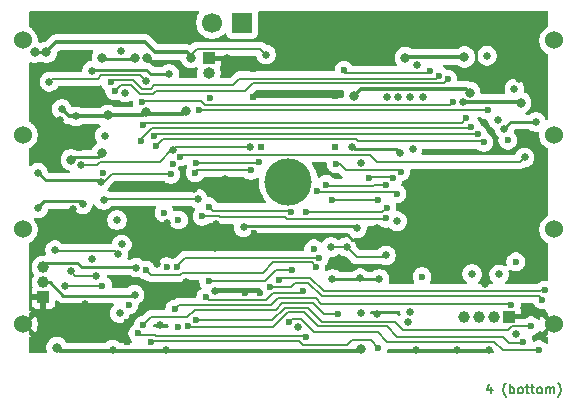
<source format=gbr>
G04 #@! TF.GenerationSoftware,KiCad,Pcbnew,9.0.1-9.0.1-0~ubuntu22.04.1*
G04 #@! TF.CreationDate,2025-04-13T11:09:06-04:00*
G04 #@! TF.ProjectId,TTExperimentModule,54544578-7065-4726-996d-656e744d6f64,1.0*
G04 #@! TF.SameCoordinates,PX10e4380PY2d07198*
G04 #@! TF.FileFunction,Copper,L4,Bot*
G04 #@! TF.FilePolarity,Positive*
%FSLAX46Y46*%
G04 Gerber Fmt 4.6, Leading zero omitted, Abs format (unit mm)*
G04 Created by KiCad (PCBNEW 9.0.1-9.0.1-0~ubuntu22.04.1) date 2025-04-13 11:09:06*
%MOMM*%
%LPD*%
G01*
G04 APERTURE LIST*
%ADD10C,0.200000*%
G04 #@! TA.AperFunction,NonConductor*
%ADD11C,0.200000*%
G04 #@! TD*
G04 #@! TA.AperFunction,ComponentPad*
%ADD12C,0.620000*%
G04 #@! TD*
G04 #@! TA.AperFunction,ComponentPad*
%ADD13R,1.000000X1.000000*%
G04 #@! TD*
G04 #@! TA.AperFunction,ComponentPad*
%ADD14C,1.000000*%
G04 #@! TD*
G04 #@! TA.AperFunction,ComponentPad*
%ADD15C,1.524000*%
G04 #@! TD*
G04 #@! TA.AperFunction,ComponentPad*
%ADD16C,4.000000*%
G04 #@! TD*
G04 #@! TA.AperFunction,ComponentPad*
%ADD17R,1.700000X1.700000*%
G04 #@! TD*
G04 #@! TA.AperFunction,ComponentPad*
%ADD18C,1.700000*%
G04 #@! TD*
G04 #@! TA.AperFunction,ComponentPad*
%ADD19O,1.000000X1.000000*%
G04 #@! TD*
G04 #@! TA.AperFunction,ViaPad*
%ADD20C,0.800000*%
G04 #@! TD*
G04 #@! TA.AperFunction,ViaPad*
%ADD21C,0.650000*%
G04 #@! TD*
G04 #@! TA.AperFunction,ViaPad*
%ADD22C,0.600000*%
G04 #@! TD*
G04 #@! TA.AperFunction,Conductor*
%ADD23C,0.200000*%
G04 #@! TD*
G04 #@! TA.AperFunction,Conductor*
%ADD24C,0.350000*%
G04 #@! TD*
G04 #@! TA.AperFunction,Conductor*
%ADD25C,0.250000*%
G04 #@! TD*
G04 #@! TA.AperFunction,Conductor*
%ADD26C,0.160000*%
G04 #@! TD*
G04 #@! TA.AperFunction,Conductor*
%ADD27C,0.300000*%
G04 #@! TD*
G04 APERTURE END LIST*
D10*
D11*
X39664911Y-2358361D02*
X39664911Y-2891695D01*
X39474435Y-2053600D02*
X39283958Y-2625028D01*
X39283958Y-2625028D02*
X39779197Y-2625028D01*
X40922054Y-3196457D02*
X40883959Y-3158361D01*
X40883959Y-3158361D02*
X40807768Y-3044076D01*
X40807768Y-3044076D02*
X40769673Y-2967885D01*
X40769673Y-2967885D02*
X40731578Y-2853600D01*
X40731578Y-2853600D02*
X40693483Y-2663123D01*
X40693483Y-2663123D02*
X40693483Y-2510742D01*
X40693483Y-2510742D02*
X40731578Y-2320266D01*
X40731578Y-2320266D02*
X40769673Y-2205980D01*
X40769673Y-2205980D02*
X40807768Y-2129790D01*
X40807768Y-2129790D02*
X40883959Y-2015504D01*
X40883959Y-2015504D02*
X40922054Y-1977409D01*
X41226816Y-2891695D02*
X41226816Y-2091695D01*
X41226816Y-2396457D02*
X41303006Y-2358361D01*
X41303006Y-2358361D02*
X41455387Y-2358361D01*
X41455387Y-2358361D02*
X41531578Y-2396457D01*
X41531578Y-2396457D02*
X41569673Y-2434552D01*
X41569673Y-2434552D02*
X41607768Y-2510742D01*
X41607768Y-2510742D02*
X41607768Y-2739314D01*
X41607768Y-2739314D02*
X41569673Y-2815504D01*
X41569673Y-2815504D02*
X41531578Y-2853600D01*
X41531578Y-2853600D02*
X41455387Y-2891695D01*
X41455387Y-2891695D02*
X41303006Y-2891695D01*
X41303006Y-2891695D02*
X41226816Y-2853600D01*
X42064911Y-2891695D02*
X41988721Y-2853600D01*
X41988721Y-2853600D02*
X41950626Y-2815504D01*
X41950626Y-2815504D02*
X41912530Y-2739314D01*
X41912530Y-2739314D02*
X41912530Y-2510742D01*
X41912530Y-2510742D02*
X41950626Y-2434552D01*
X41950626Y-2434552D02*
X41988721Y-2396457D01*
X41988721Y-2396457D02*
X42064911Y-2358361D01*
X42064911Y-2358361D02*
X42179197Y-2358361D01*
X42179197Y-2358361D02*
X42255388Y-2396457D01*
X42255388Y-2396457D02*
X42293483Y-2434552D01*
X42293483Y-2434552D02*
X42331578Y-2510742D01*
X42331578Y-2510742D02*
X42331578Y-2739314D01*
X42331578Y-2739314D02*
X42293483Y-2815504D01*
X42293483Y-2815504D02*
X42255388Y-2853600D01*
X42255388Y-2853600D02*
X42179197Y-2891695D01*
X42179197Y-2891695D02*
X42064911Y-2891695D01*
X42560150Y-2358361D02*
X42864912Y-2358361D01*
X42674436Y-2091695D02*
X42674436Y-2777409D01*
X42674436Y-2777409D02*
X42712531Y-2853600D01*
X42712531Y-2853600D02*
X42788721Y-2891695D01*
X42788721Y-2891695D02*
X42864912Y-2891695D01*
X43017293Y-2358361D02*
X43322055Y-2358361D01*
X43131579Y-2091695D02*
X43131579Y-2777409D01*
X43131579Y-2777409D02*
X43169674Y-2853600D01*
X43169674Y-2853600D02*
X43245864Y-2891695D01*
X43245864Y-2891695D02*
X43322055Y-2891695D01*
X43703007Y-2891695D02*
X43626817Y-2853600D01*
X43626817Y-2853600D02*
X43588722Y-2815504D01*
X43588722Y-2815504D02*
X43550626Y-2739314D01*
X43550626Y-2739314D02*
X43550626Y-2510742D01*
X43550626Y-2510742D02*
X43588722Y-2434552D01*
X43588722Y-2434552D02*
X43626817Y-2396457D01*
X43626817Y-2396457D02*
X43703007Y-2358361D01*
X43703007Y-2358361D02*
X43817293Y-2358361D01*
X43817293Y-2358361D02*
X43893484Y-2396457D01*
X43893484Y-2396457D02*
X43931579Y-2434552D01*
X43931579Y-2434552D02*
X43969674Y-2510742D01*
X43969674Y-2510742D02*
X43969674Y-2739314D01*
X43969674Y-2739314D02*
X43931579Y-2815504D01*
X43931579Y-2815504D02*
X43893484Y-2853600D01*
X43893484Y-2853600D02*
X43817293Y-2891695D01*
X43817293Y-2891695D02*
X43703007Y-2891695D01*
X44312532Y-2891695D02*
X44312532Y-2358361D01*
X44312532Y-2434552D02*
X44350627Y-2396457D01*
X44350627Y-2396457D02*
X44426817Y-2358361D01*
X44426817Y-2358361D02*
X44541103Y-2358361D01*
X44541103Y-2358361D02*
X44617294Y-2396457D01*
X44617294Y-2396457D02*
X44655389Y-2472647D01*
X44655389Y-2472647D02*
X44655389Y-2891695D01*
X44655389Y-2472647D02*
X44693484Y-2396457D01*
X44693484Y-2396457D02*
X44769675Y-2358361D01*
X44769675Y-2358361D02*
X44883960Y-2358361D01*
X44883960Y-2358361D02*
X44960151Y-2396457D01*
X44960151Y-2396457D02*
X44998246Y-2472647D01*
X44998246Y-2472647D02*
X44998246Y-2891695D01*
X45303008Y-3196457D02*
X45341103Y-3158361D01*
X45341103Y-3158361D02*
X45417294Y-3044076D01*
X45417294Y-3044076D02*
X45455389Y-2967885D01*
X45455389Y-2967885D02*
X45493484Y-2853600D01*
X45493484Y-2853600D02*
X45531580Y-2663123D01*
X45531580Y-2663123D02*
X45531580Y-2510742D01*
X45531580Y-2510742D02*
X45493484Y-2320266D01*
X45493484Y-2320266D02*
X45455389Y-2205980D01*
X45455389Y-2205980D02*
X45417294Y-2129790D01*
X45417294Y-2129790D02*
X45341103Y-2015504D01*
X45341103Y-2015504D02*
X45303008Y-1977409D01*
D12*
G04 #@! TO.P,STITCH1,1*
G04 #@! TO.N,GND*
X29100000Y25450000D03*
G04 #@! TD*
D13*
G04 #@! TO.P,J5,1,Pin_1*
G04 #@! TO.N,GND*
X41200000Y3600000D03*
D14*
G04 #@! TO.P,J5,2,Pin_2*
G04 #@! TO.N,/~{ctrl_sel_rst}*
X39930000Y3600000D03*
G04 #@! TO.P,J5,3,Pin_3*
G04 #@! TO.N,/ctrl_sel_inc*
X38660000Y3600000D03*
G04 #@! TO.P,J5,4,Pin_4*
G04 #@! TO.N,/ctrl_ena*
X37390000Y3600000D03*
G04 #@! TD*
D12*
G04 #@! TO.P,STITCH1,1*
G04 #@! TO.N,GND*
X29200000Y27400000D03*
G04 #@! TD*
G04 #@! TO.P,STITCH1,1*
G04 #@! TO.N,GND*
X20150000Y18000000D03*
G04 #@! TD*
G04 #@! TO.P,STITCH1,1*
G04 #@! TO.N,GND*
X4750000Y17900000D03*
G04 #@! TD*
G04 #@! TO.P,STITCH1,1*
G04 #@! TO.N,GND*
X3850000Y3050000D03*
G04 #@! TD*
D15*
G04 #@! TO.P,PCB1,1,VDD*
G04 #@! TO.N,/vin1*
X0Y27000000D03*
G04 #@! TO.P,PCB1,2,SCL*
G04 #@! TO.N,SCL1*
X0Y19000000D03*
G04 #@! TO.P,PCB1,3,SDA*
G04 #@! TO.N,SDA1*
X0Y11000000D03*
G04 #@! TO.P,PCB1,4,GND*
G04 #@! TO.N,GND*
X0Y3000000D03*
G04 #@! TO.P,PCB1,5,GND*
X45000000Y3000000D03*
G04 #@! TO.P,PCB1,6,SDA*
G04 #@! TO.N,unconnected-(PCB1-SDA-Pad6)*
X45000000Y11000000D03*
G04 #@! TO.P,PCB1,7,SCL*
G04 #@! TO.N,unconnected-(PCB1-SCL-Pad7)*
X45000000Y19000000D03*
G04 #@! TO.P,PCB1,8,VDD*
G04 #@! TO.N,/vin2*
X45000000Y27000000D03*
D16*
G04 #@! TO.P,PCB1,9,GND*
G04 #@! TO.N,GND*
X22500000Y15000000D03*
G04 #@! TD*
D12*
G04 #@! TO.P,STITCH1,1*
G04 #@! TO.N,GND*
X19500000Y24600000D03*
G04 #@! TD*
D17*
G04 #@! TO.P,J2,1,Pin_1*
G04 #@! TO.N,boot_mode*
X18575000Y28500000D03*
D18*
G04 #@! TO.P,J2,2,Pin_2*
G04 #@! TO.N,Net-(J2-Pin_2)*
X16035000Y28500000D03*
G04 #@! TD*
D12*
G04 #@! TO.P,STITCH1,1*
G04 #@! TO.N,GND*
X22050000Y27350000D03*
G04 #@! TD*
G04 #@! TO.P,STITCH1,1*
G04 #@! TO.N,GND*
X6650000Y1600000D03*
G04 #@! TD*
G04 #@! TO.P,STITCH1,1*
G04 #@! TO.N,GND*
X1600000Y27250000D03*
G04 #@! TD*
G04 #@! TO.P,STITCH1,1*
G04 #@! TO.N,GND*
X36500000Y24650000D03*
G04 #@! TD*
G04 #@! TO.P,STITCH1,1*
G04 #@! TO.N,GND*
X26400000Y18000000D03*
G04 #@! TD*
D13*
G04 #@! TO.P,J6,1,Pin_1*
G04 #@! TO.N,GND*
X15750000Y25500000D03*
D19*
G04 #@! TO.P,J6,2,Pin_2*
G04 #@! TO.N,/RP2040/RUN*
X15750000Y24230000D03*
G04 #@! TD*
D12*
G04 #@! TO.P,STITCH1,1*
G04 #@! TO.N,GND*
X29200000Y29050000D03*
G04 #@! TD*
G04 #@! TO.P,STITCH1,1*
G04 #@! TO.N,GND*
X19500000Y22250000D03*
G04 #@! TD*
G04 #@! TO.P,STITCH1,1*
G04 #@! TO.N,GND*
X25550000Y15850000D03*
G04 #@! TD*
G04 #@! TO.P,STITCH1,1*
G04 #@! TO.N,GND*
X7650000Y28050000D03*
G04 #@! TD*
G04 #@! TO.P,STITCH1,1*
G04 #@! TO.N,GND*
X1850000Y1600000D03*
G04 #@! TD*
G04 #@! TO.P,STITCH1,1*
G04 #@! TO.N,GND*
X22100000Y29100000D03*
G04 #@! TD*
G04 #@! TO.P,STITCH1,1*
G04 #@! TO.N,GND*
X8800000Y3150000D03*
G04 #@! TD*
G04 #@! TO.P,STITCH1,1*
G04 #@! TO.N,GND*
X38750000Y24650000D03*
G04 #@! TD*
G04 #@! TO.P,STITCH1,1*
G04 #@! TO.N,GND*
X8800000Y1500000D03*
G04 #@! TD*
D13*
G04 #@! TO.P,J1,1,Pin_1*
G04 #@! TO.N,GND*
X1750000Y5250000D03*
D14*
G04 #@! TO.P,J1,2,Pin_2*
G04 #@! TO.N,SDA1*
X1750000Y6520000D03*
G04 #@! TO.P,J1,3,Pin_3*
G04 #@! TO.N,SCL1*
X1750000Y7790000D03*
G04 #@! TD*
D12*
G04 #@! TO.P,STITCH1,1*
G04 #@! TO.N,GND*
X26400000Y22300000D03*
G04 #@! TD*
D20*
G04 #@! TO.N,+3V3*
X2900000Y1000000D03*
X28600000Y900000D03*
X13795409Y21006071D03*
X14250000Y25550000D03*
D21*
X3300000Y21200000D03*
X18700000Y11175000D03*
X32800000Y4000000D03*
X1300000Y15800000D03*
X28300000Y11100000D03*
X1326000Y12800000D03*
X12100000Y825000D03*
X4500000Y20570000D03*
X27904972Y17975000D03*
D20*
X1000000Y26000000D03*
D21*
X31927578Y17438083D03*
X28575000Y6874912D03*
D20*
X10421899Y20939701D03*
D21*
X6600000Y15000000D03*
X26225000Y6810969D03*
X20600000Y25800000D03*
X5081491Y13127756D03*
D20*
X7210000Y20670605D03*
D21*
X28600000Y3900000D03*
X30200000Y6800000D03*
D20*
X37850000Y22591034D03*
X28061835Y22300000D03*
X2000000Y26000000D03*
D21*
X7600000Y825000D03*
D22*
X12536115Y15679237D03*
D21*
G04 #@! TO.N,GND*
X43300000Y11900000D03*
X42010677Y25812535D03*
X32800000Y22200000D03*
X12300000Y9000000D03*
X44175000Y25450000D03*
X33300000Y825000D03*
D22*
X20068203Y5630254D03*
D20*
X5000000Y29100000D03*
D22*
X6786118Y15818990D03*
D21*
X39100000Y6400000D03*
X11600000Y2900000D03*
D20*
X34750000Y29100000D03*
D21*
X13850000Y6550000D03*
X42700000Y19200000D03*
X37600000Y12650000D03*
D20*
X40000000Y29100000D03*
X33250000Y28250000D03*
D21*
X33360148Y24900000D03*
X16300000Y5800000D03*
X33900000Y22200000D03*
X35000000Y15200000D03*
X35050000Y10100000D03*
D22*
X18800000Y5650000D03*
D21*
X42000000Y23700000D03*
X14500000Y14400000D03*
X38850000Y10100000D03*
X16391702Y11451362D03*
X30000000Y3875000D03*
X14800000Y27200000D03*
X39500000Y825000D03*
X28660670Y16639330D03*
X35300000Y7300000D03*
X11350000Y8050000D03*
D22*
X12700000Y16500000D03*
D21*
X12250000Y11550000D03*
D20*
X16304712Y9526362D03*
D21*
X43300000Y11300000D03*
X6600000Y4400000D03*
D20*
X4000000Y29000000D03*
D21*
X32578971Y3126220D03*
X17100000Y15300000D03*
X10600000Y11750000D03*
X10550000Y10000000D03*
D20*
X41900000Y29100000D03*
D21*
X38850000Y15200000D03*
X4275000Y10718591D03*
D20*
X39750000Y27500000D03*
D21*
X31600000Y10100000D03*
X4275000Y12728285D03*
X36650000Y6937919D03*
X3176811Y20262528D03*
X5300000Y4700000D03*
D20*
X12000000Y28250000D03*
D21*
X17300000Y25500000D03*
X30800000Y22200000D03*
X36800000Y825000D03*
X30000000Y11100000D03*
D20*
X11000000Y28100000D03*
X10505000Y25550000D03*
D21*
X43300000Y14500000D03*
X31900000Y7700000D03*
X43724000Y15000000D03*
X43724000Y13909571D03*
D20*
X13500000Y27500000D03*
D22*
X19610573Y10667008D03*
D20*
G04 #@! TO.N,+5V*
X6748140Y25550000D03*
X9484139Y25550000D03*
X6700000Y17450000D03*
X4100000Y16900000D03*
D21*
G04 #@! TO.N,/ASIC/vdda_all*
X40330000Y7200000D03*
X43462500Y20100000D03*
X31700000Y11700000D03*
X33000000Y17800000D03*
X40775000Y19500000D03*
D22*
G04 #@! TO.N,/ASIC/vccd_all*
X33800000Y7000000D03*
D21*
X31800000Y22200000D03*
D20*
X37400000Y25600000D03*
D21*
X37259365Y21815289D03*
D20*
X32400000Y25550000D03*
X42163801Y21741039D03*
D21*
G04 #@! TO.N,/RP2040/DVDD*
X6855000Y13500000D03*
X7974207Y11793360D03*
X14800000Y13600000D03*
G04 #@! TO.N,SCL1*
X9607757Y7756000D03*
G04 #@! TO.N,SDA1*
X9476500Y5471952D03*
G04 #@! TO.N,boot_mode*
X19200000Y18000000D03*
X3600000Y6200000D03*
X12725000Y17689227D03*
X4946557Y16414302D03*
D22*
X6750000Y6250000D03*
G04 #@! TO.N,/RP2040/RUN*
X13186115Y11798518D03*
X15850000Y22150000D03*
D21*
G04 #@! TO.N,/~{ctrl_sel_rst}*
X30750000Y8800000D03*
X38046002Y7228467D03*
X26100000Y9500000D03*
X27425000Y9507229D03*
G04 #@! TO.N,/ctrl_sel_inc*
X23300000Y2700000D03*
D22*
G04 #@! TO.N,/mux_sel*
X24800000Y7850000D03*
X10457804Y7548516D03*
D21*
G04 #@! TO.N,/RP2040/QSPI_SD2*
X5871117Y24441060D03*
X5891242Y8490000D03*
X12405679Y24155000D03*
G04 #@! TO.N,/RP2040/QSPI_SD3*
X8387498Y9740361D03*
X6950000Y18950000D03*
G04 #@! TO.N,/RP2040/QSPI_SD0*
X8103854Y8890601D03*
X2725000Y9244202D03*
G04 #@! TO.N,/RP2040/QSPI_SD1*
X10453156Y23548126D03*
X2250000Y23500000D03*
X4050000Y7450000D03*
X6174518Y7076541D03*
D22*
G04 #@! TO.N,/ui_in0*
X12874043Y4225000D03*
X41351000Y4600000D03*
D21*
G04 #@! TO.N,/proj_clk*
X41623017Y22926742D03*
X8200000Y3905514D03*
X8672385Y22591766D03*
D22*
X41075000Y18564279D03*
D21*
G04 #@! TO.N,/~{proj_rst}*
X8300000Y26100000D03*
D22*
X9000000Y4600000D03*
D21*
X39300000Y25700000D03*
X40200000Y20300000D03*
D22*
G04 #@! TO.N,/uio1*
X11262007Y18023789D03*
X39053914Y18378257D03*
G04 #@! TO.N,/out0_~{rst}*
X9750000Y2200000D03*
X23972370Y1850798D03*
G04 #@! TO.N,/out2_ena*
X30100000Y1000000D03*
X10900000Y1450798D03*
G04 #@! TO.N,/uo_out0*
X27200000Y24500000D03*
X34522848Y24398308D03*
G04 #@! TO.N,/out1_inc*
X26703388Y3850000D03*
X10181018Y2900000D03*
G04 #@! TO.N,/uo_out2*
X31366734Y15319461D03*
X29353453Y15350000D03*
G04 #@! TO.N,/uo_out1*
X26550000Y16550000D03*
X31997709Y15889000D03*
G04 #@! TO.N,/ui_in4*
X22506191Y3145449D03*
X22711766Y12458805D03*
X15765253Y12911368D03*
X43700000Y800000D03*
G04 #@! TO.N,/uo_out6*
X22800000Y7600000D03*
X23950000Y12461749D03*
X15750000Y6600000D03*
X30800512Y12852527D03*
G04 #@! TO.N,/ui_in3*
X14675085Y3334378D03*
X43033528Y2829025D03*
D21*
G04 #@! TO.N,/ui_in7*
X42500000Y17100000D03*
D22*
X13349000Y17143545D03*
G04 #@! TO.N,/uo_out4*
X24891687Y14272095D03*
X31670616Y14020384D03*
X15500000Y5250000D03*
X23750000Y5800000D03*
G04 #@! TO.N,/uio2*
X38543264Y19057772D03*
X11123419Y18899837D03*
G04 #@! TO.N,/uo_out5*
X30090972Y13502527D03*
X26150000Y13529270D03*
X25100000Y8600000D03*
X13062289Y7805661D03*
G04 #@! TO.N,/uio6*
X7806380Y22716926D03*
X35980000Y23701000D03*
G04 #@! TO.N,/uo_out7*
X30741214Y11960000D03*
X15186123Y12106438D03*
G04 #@! TO.N,/ui_in5*
X14616391Y15817887D03*
X20937084Y6136996D03*
X43997958Y5041657D03*
X19300000Y16000000D03*
G04 #@! TO.N,/uio0*
X14950000Y21100000D03*
X39350000Y21100000D03*
X11970000Y12400000D03*
G04 #@! TO.N,/ui_in6*
X44200000Y5867298D03*
X21694288Y6750000D03*
X14680462Y16636018D03*
X20000000Y16700000D03*
G04 #@! TO.N,/uo_out3*
X30722818Y14764594D03*
X12185757Y7848368D03*
X24650000Y9350000D03*
X25700000Y14800000D03*
G04 #@! TO.N,/ui_in2*
X13987873Y2834133D03*
X42376043Y1500000D03*
G04 #@! TO.N,/uio4*
X37557653Y20434061D03*
X10150000Y19805345D03*
G04 #@! TO.N,/uio7*
X7446397Y23453198D03*
X35235055Y24025000D03*
G04 #@! TO.N,/ui_in1*
X13142044Y2750000D03*
D21*
X41800000Y2124000D03*
D22*
X41750000Y8250000D03*
G04 #@! TO.N,/uio3*
X9997385Y18504546D03*
X37986937Y19700426D03*
G04 #@! TO.N,/uio5*
X10114498Y21823513D03*
X36390380Y21750000D03*
G04 #@! TD*
D23*
G04 #@! TO.N,+3V3*
X20099000Y26301000D02*
X14751000Y26301000D01*
D24*
X2000000Y26000000D02*
X2850000Y26850000D01*
D23*
X20600000Y25800000D02*
X20099000Y26301000D01*
D25*
X26235969Y6800000D02*
X26225000Y6810969D01*
X28300000Y11100000D02*
X28100000Y11300000D01*
X4823977Y13385270D02*
X5081491Y13127756D01*
X18825000Y11300000D02*
X18700000Y11175000D01*
X31927578Y17438083D02*
X31590661Y17775000D01*
D24*
X28061835Y22300000D02*
X28661835Y22900000D01*
X28661835Y22900000D02*
X37541034Y22900000D01*
X3930000Y20570000D02*
X3300000Y21200000D01*
D25*
X2000000Y26000000D02*
X1000000Y26000000D01*
D24*
X14250000Y25650000D02*
X14250000Y25550000D01*
D23*
X14751000Y26301000D02*
X14250000Y25800000D01*
D25*
X30200000Y6800000D02*
X26235969Y6800000D01*
X6450000Y15150000D02*
X1950000Y15150000D01*
X28104972Y17775000D02*
X27904972Y17975000D01*
D24*
X4500000Y20570000D02*
X3930000Y20570000D01*
D25*
X1785270Y13385270D02*
X4823977Y13385270D01*
D24*
X28425798Y725798D02*
X28600000Y900000D01*
D25*
X28100000Y11300000D02*
X18825000Y11300000D01*
D24*
X10421899Y20939701D02*
X10563443Y20798157D01*
X11221727Y26000000D02*
X13900000Y26000000D01*
X4500000Y20570000D02*
X7109395Y20570000D01*
X3174202Y725798D02*
X28425798Y725798D01*
X7239395Y20700000D02*
X7210000Y20670605D01*
X10421899Y20939701D02*
X10182198Y20700000D01*
X2900000Y1000000D02*
X3174202Y725798D01*
X10563443Y20798157D02*
X13587495Y20798157D01*
D25*
X31590661Y17775000D02*
X28104972Y17775000D01*
D24*
X37541034Y22900000D02*
X37850000Y22591034D01*
X10182198Y20700000D02*
X7239395Y20700000D01*
X13900000Y26000000D02*
X14250000Y25650000D01*
D23*
X14250000Y25800000D02*
X14250000Y25550000D01*
D26*
X6600000Y15000000D02*
X6858083Y15000000D01*
X6858083Y15000000D02*
X7537320Y15679237D01*
D24*
X13587495Y20798157D02*
X13795409Y21006071D01*
D26*
X7537320Y15679237D02*
X12536115Y15679237D01*
D25*
X1326000Y12926000D02*
X1785270Y13385270D01*
X6600000Y15000000D02*
X6450000Y15150000D01*
D24*
X10371727Y26850000D02*
X11221727Y26000000D01*
X7109395Y20570000D02*
X7210000Y20670605D01*
D25*
X1326000Y12800000D02*
X1326000Y12926000D01*
D24*
X2850000Y26850000D02*
X10371727Y26850000D01*
D25*
X1950000Y15150000D02*
X1300000Y15800000D01*
G04 #@! TO.N,GND*
X31600000Y10100000D02*
X27900000Y10100000D01*
X41200000Y3600000D02*
X42350000Y3600000D01*
X19777581Y10500000D02*
X19610573Y10667008D01*
X38350000Y25050000D02*
X38350000Y26350000D01*
X27900000Y10100000D02*
X27500000Y10500000D01*
X38750000Y24650000D02*
X38350000Y25050000D01*
X44100000Y3900000D02*
X45000000Y3000000D01*
X27500000Y10500000D02*
X19777581Y10500000D01*
X39500000Y27500000D02*
X39750000Y27500000D01*
X42350000Y3600000D02*
X42650000Y3900000D01*
X38350000Y26350000D02*
X39500000Y27500000D01*
X42650000Y3900000D02*
X44100000Y3900000D01*
G04 #@! TO.N,+5V*
X6350000Y17100000D02*
X6700000Y17450000D01*
X9089950Y25400000D02*
X9239950Y25550000D01*
X6748140Y25550000D02*
X6748140Y25400000D01*
X4100000Y16900000D02*
X4300000Y17100000D01*
X6748140Y25400000D02*
X9089950Y25400000D01*
X4300000Y17100000D02*
X6350000Y17100000D01*
X9239950Y25550000D02*
X9484139Y25550000D01*
G04 #@! TO.N,/ASIC/vdda_all*
X40775000Y19575000D02*
X40775000Y19500000D01*
X43462500Y20100000D02*
X41300000Y20100000D01*
X41300000Y20100000D02*
X40775000Y19575000D01*
G04 #@! TO.N,/ASIC/vccd_all*
X42163801Y21741039D02*
X42163803Y21741038D01*
D27*
X42089552Y21815289D02*
X42163803Y21741038D01*
D25*
X32500000Y25600000D02*
X32450000Y25550000D01*
D27*
X37259365Y21815289D02*
X42089552Y21815289D01*
X32500000Y25600000D02*
X37400000Y25600000D01*
D25*
X32450000Y25550000D02*
X32400000Y25550000D01*
D23*
G04 #@! TO.N,/RP2040/DVDD*
X14800000Y13600000D02*
X6955000Y13600000D01*
X6955000Y13600000D02*
X6855000Y13500000D01*
D25*
G04 #@! TO.N,SCL1*
X4975000Y7790000D02*
X9573757Y7790000D01*
X4589467Y8175533D02*
X4975000Y7790000D01*
X2135533Y8175533D02*
X4589467Y8175533D01*
X9573757Y7790000D02*
X9607757Y7756000D01*
X1750000Y7790000D02*
X2135533Y8175533D01*
G04 #@! TO.N,SDA1*
X3420174Y5389876D02*
X9394424Y5389876D01*
X1750000Y6520000D02*
X2290050Y6520000D01*
X2290050Y6520000D02*
X3420174Y5389876D01*
X9394424Y5389876D02*
X9476500Y5471952D01*
D23*
G04 #@! TO.N,boot_mode*
X6750000Y6250000D02*
X6700000Y6200000D01*
X4946557Y16414302D02*
X6265343Y16414302D01*
X12725000Y17784819D02*
X12725000Y17689227D01*
X6265343Y16414302D02*
X6551041Y16700000D01*
X6551041Y16700000D02*
X11590625Y16700000D01*
X12940181Y18000000D02*
X12725000Y17784819D01*
X19200000Y18000000D02*
X12940181Y18000000D01*
X6700000Y6200000D02*
X3600000Y6200000D01*
X12579852Y17689227D02*
X12725000Y17689227D01*
X11590625Y16700000D02*
X12579852Y17689227D01*
G04 #@! TO.N,/~{ctrl_sel_rst}*
X28282229Y8650000D02*
X30600000Y8650000D01*
X27425000Y9507229D02*
X28282229Y8650000D01*
X27417771Y9500000D02*
X26100000Y9500000D01*
X30600000Y8650000D02*
X30750000Y8800000D01*
X27425000Y9507229D02*
X27417771Y9500000D01*
G04 #@! TO.N,/mux_sel*
X21200000Y8200000D02*
X24450000Y8200000D01*
X10457804Y7548516D02*
X10850659Y7155661D01*
X13475134Y7299267D02*
X20299267Y7299267D01*
X10850659Y7155661D02*
X13331528Y7155661D01*
X13331528Y7155661D02*
X13475134Y7299267D01*
X24450000Y8200000D02*
X24800000Y7850000D01*
X20299267Y7299267D02*
X21200000Y8200000D01*
D25*
G04 #@! TO.N,/RP2040/QSPI_SD2*
X5958255Y24528198D02*
X10463034Y24528198D01*
X10463034Y24528198D02*
X10836232Y24155000D01*
X5871117Y24441060D02*
X5958255Y24528198D01*
X10836232Y24155000D02*
X12405679Y24155000D01*
D23*
G04 #@! TO.N,/RP2040/QSPI_SD0*
X7943349Y8730096D02*
X7943349Y9051106D01*
X8103854Y8890601D02*
X7943349Y8730096D01*
X2804202Y9165000D02*
X2725000Y9244202D01*
X7943349Y9051106D02*
X7829455Y9165000D01*
X7829455Y9165000D02*
X2804202Y9165000D01*
G04 #@! TO.N,/RP2040/QSPI_SD1*
X4450000Y7050000D02*
X6147977Y7050000D01*
X2250000Y23500000D02*
X2500000Y23750000D01*
X9934516Y24066766D02*
X10453156Y23548126D01*
X4050000Y7450000D02*
X4450000Y7050000D01*
X6666766Y24066766D02*
X9934516Y24066766D01*
X6147977Y7050000D02*
X6174518Y7076541D01*
X2500000Y23750000D02*
X6350000Y23750000D01*
X6350000Y23750000D02*
X6666766Y24066766D01*
G04 #@! TO.N,/ui_in0*
X24811236Y5175000D02*
X21600000Y5175000D01*
X13249043Y4600000D02*
X12874043Y4225000D01*
X41351000Y4600000D02*
X41251000Y4700000D01*
X41251000Y4700000D02*
X25286236Y4700000D01*
X25286236Y4700000D02*
X24811236Y5175000D01*
X21025000Y4600000D02*
X13249043Y4600000D01*
X21600000Y5175000D02*
X21025000Y4600000D01*
G04 #@! TO.N,/uio1*
X11262007Y18023789D02*
X11888218Y18650000D01*
X28184567Y18650000D02*
X28384567Y18450000D01*
X38982171Y18450000D02*
X39053914Y18378257D01*
X28384567Y18450000D02*
X38982171Y18450000D01*
X11888218Y18650000D02*
X28184567Y18650000D01*
G04 #@! TO.N,/out0_~{rst}*
X11258630Y2011407D02*
X11169239Y2100798D01*
X23972370Y1850798D02*
X23972370Y2011407D01*
X11169239Y2100798D02*
X9849202Y2100798D01*
X23972370Y2011407D02*
X11258630Y2011407D01*
X9849202Y2100798D02*
X9750000Y2200000D01*
G04 #@! TO.N,/out2_ena*
X23703131Y1200798D02*
X23378929Y1525000D01*
X27851000Y1601000D02*
X27450798Y1200798D01*
X10974202Y1525000D02*
X10900000Y1450798D01*
X29499000Y1601000D02*
X27851000Y1601000D01*
X27450798Y1200798D02*
X23703131Y1200798D01*
X23378929Y1525000D02*
X10974202Y1525000D01*
X30100000Y1000000D02*
X29499000Y1601000D01*
G04 #@! TO.N,/uo_out0*
X34566878Y24354278D02*
X34522848Y24398308D01*
X27200000Y24450000D02*
X27400000Y24250000D01*
X27250000Y24250000D02*
X27400000Y24250000D01*
X34566878Y24285451D02*
X34566878Y24354278D01*
X34531427Y24250000D02*
X34566878Y24285451D01*
X27200000Y24500000D02*
X27200000Y24450000D01*
X27400000Y24250000D02*
X34531427Y24250000D01*
G04 #@! TO.N,/out1_inc*
X21400000Y4200000D02*
X14555518Y4200000D01*
X13930518Y3575000D02*
X10856018Y3575000D01*
X25500000Y3850000D02*
X24575000Y4775000D01*
X26703388Y3850000D02*
X25500000Y3850000D01*
X10856018Y3575000D02*
X10181018Y2900000D01*
X21975000Y4775000D02*
X21400000Y4200000D01*
X24575000Y4775000D02*
X21975000Y4775000D01*
X14555518Y4200000D02*
X13930518Y3575000D01*
G04 #@! TO.N,/uo_out2*
X31286195Y15400000D02*
X29403453Y15400000D01*
X29403453Y15400000D02*
X29353453Y15350000D01*
X31366734Y15319461D02*
X31286195Y15400000D01*
G04 #@! TO.N,/uo_out1*
X26854325Y16550000D02*
X26550000Y16550000D01*
X31997709Y15889000D02*
X31886709Y16000000D01*
X31886709Y16000000D02*
X27404325Y16000000D01*
X27404325Y16000000D02*
X26854325Y16550000D01*
G04 #@! TO.N,/ui_in4*
X22570571Y12600000D02*
X16076621Y12600000D01*
X40625000Y800000D02*
X43700000Y800000D01*
X22760742Y3400000D02*
X23600000Y3400000D01*
X16076621Y12600000D02*
X15765253Y12911368D01*
X22506191Y3145449D02*
X22760742Y3400000D01*
X30075000Y2300000D02*
X30875000Y1500000D01*
X30875000Y1500000D02*
X39925000Y1500000D01*
X24700000Y2300000D02*
X30075000Y2300000D01*
X39925000Y1500000D02*
X40625000Y800000D01*
X23600000Y3400000D02*
X24700000Y2300000D01*
X22711766Y12458805D02*
X22570571Y12600000D01*
G04 #@! TO.N,/uo_out6*
X21480849Y7600000D02*
X20480849Y6600000D01*
X22800000Y7600000D02*
X21480849Y7600000D01*
X23950000Y12461749D02*
X30409734Y12461749D01*
X20480849Y6600000D02*
X15750000Y6600000D01*
X30409734Y12461749D02*
X30800512Y12852527D01*
G04 #@! TO.N,/ui_in3*
X41125000Y2500000D02*
X41425000Y2800000D01*
X14675085Y3334378D02*
X21134378Y3334378D01*
X25350000Y3200000D02*
X31500000Y3200000D01*
X22175000Y4375000D02*
X24175000Y4375000D01*
X41425000Y2800000D02*
X43004503Y2800000D01*
X21134378Y3334378D02*
X22175000Y4375000D01*
X32200000Y2500000D02*
X41125000Y2500000D01*
X31500000Y3200000D02*
X32200000Y2500000D01*
X24175000Y4375000D02*
X25350000Y3200000D01*
X43004503Y2800000D02*
X43033528Y2829025D01*
G04 #@! TO.N,/ui_in7*
X42500000Y17100000D02*
X42125000Y16725000D01*
X29435670Y17314330D02*
X13519785Y17314330D01*
X13519785Y17314330D02*
X13349000Y17143545D01*
X30025000Y16725000D02*
X29435670Y17314330D01*
X42125000Y16725000D02*
X30025000Y16725000D01*
G04 #@! TO.N,/uo_out4*
X24891687Y14272095D02*
X25011255Y14152527D01*
X15749000Y5001000D02*
X20626000Y5001000D01*
X31538473Y14152527D02*
X31670616Y14020384D01*
X15500000Y5250000D02*
X15749000Y5001000D01*
X21225000Y5600000D02*
X23550000Y5600000D01*
X25011255Y14152527D02*
X31538473Y14152527D01*
X20626000Y5001000D02*
X21225000Y5600000D01*
X23550000Y5600000D02*
X23750000Y5800000D01*
G04 #@! TO.N,/uio2*
X38535492Y19050000D02*
X38543264Y19057772D01*
X11273582Y19050000D02*
X38535492Y19050000D01*
X11123419Y18899837D02*
X11273582Y19050000D01*
G04 #@! TO.N,/uo_out5*
X25100000Y8600000D02*
X13757050Y8600000D01*
X30088627Y13504872D02*
X26174398Y13504872D01*
X13062289Y7905239D02*
X13062289Y7805661D01*
X26174398Y13504872D02*
X26150000Y13529270D01*
X13757050Y8600000D02*
X13062289Y7905239D01*
X30090972Y13502527D02*
X30088627Y13504872D01*
G04 #@! TO.N,/uio6*
X35654000Y23375000D02*
X19475000Y23375000D01*
X11265281Y22750000D02*
X10988794Y22473513D01*
X9923171Y22473513D02*
X9171687Y23224997D01*
X9171687Y23224997D02*
X8314451Y23224997D01*
X10988794Y22473513D02*
X9923171Y22473513D01*
X35980000Y23701000D02*
X35654000Y23375000D01*
X8314451Y23224997D02*
X7806380Y22716926D01*
X19475000Y23375000D02*
X18850000Y22750000D01*
X18850000Y22750000D02*
X11265281Y22750000D01*
G04 #@! TO.N,/uo_out7*
X16691221Y12106438D02*
X15186123Y12106438D01*
X22176332Y12075000D02*
X16722659Y12075000D01*
X22401332Y11850000D02*
X22176332Y12075000D01*
X30631214Y11850000D02*
X22401332Y11850000D01*
X30741214Y11960000D02*
X30631214Y11850000D01*
X16722659Y12075000D02*
X16691221Y12106438D01*
G04 #@! TO.N,/ui_in5*
X25307083Y5350000D02*
X43689615Y5350000D01*
X14616391Y15916391D02*
X14616391Y15817887D01*
X43689615Y5350000D02*
X43997958Y5041657D01*
X23025001Y6475001D02*
X24182083Y6475001D01*
X24182083Y6475001D02*
X25307083Y5350000D01*
X22686996Y6136996D02*
X23025001Y6475001D01*
X20937084Y6136996D02*
X22686996Y6136996D01*
X19300000Y16000000D02*
X14700000Y16000000D01*
X14700000Y16000000D02*
X14616391Y15916391D01*
G04 #@! TO.N,/uio0*
X14950000Y21100000D02*
X39350000Y21100000D01*
G04 #@! TO.N,/ui_in6*
X19951000Y16651000D02*
X14695444Y16651000D01*
X43797958Y5750000D02*
X43915256Y5867298D01*
X24347768Y6875001D02*
X25472769Y5750000D01*
X14695444Y16651000D02*
X14680462Y16636018D01*
X21694288Y6750000D02*
X21819289Y6875001D01*
X25472769Y5750000D02*
X43797958Y5750000D01*
X20000000Y16700000D02*
X19951000Y16651000D01*
X21819289Y6875001D02*
X24347768Y6875001D01*
X43915256Y5867298D02*
X44200000Y5867298D01*
G04 #@! TO.N,/uo_out3*
X29622692Y14700000D02*
X29722692Y14800000D01*
X25800000Y14700000D02*
X29622692Y14700000D01*
X29722692Y14800000D02*
X30687412Y14800000D01*
X25700000Y14800000D02*
X25900000Y14800000D01*
X30687412Y14800000D02*
X30722818Y14764594D01*
X25750000Y14750000D02*
X25800000Y14700000D01*
G04 #@! TO.N,/ui_in2*
X41137757Y1412243D02*
X42288286Y1412243D01*
X42288286Y1412243D02*
X42376043Y1500000D01*
X22426415Y3975000D02*
X23825000Y3975000D01*
X23825000Y3975000D02*
X25000000Y2800000D01*
X14122006Y2700000D02*
X21151415Y2700000D01*
X31700000Y1900000D02*
X40650000Y1900000D01*
X25000000Y2800000D02*
X30800000Y2800000D01*
X13987873Y2834133D02*
X14122006Y2700000D01*
X40650000Y1900000D02*
X41137757Y1412243D01*
X21151415Y2700000D02*
X22426415Y3975000D01*
X30800000Y2800000D02*
X31700000Y1900000D01*
G04 #@! TO.N,/uio4*
X10150000Y19805345D02*
X10392812Y20048157D01*
X10392812Y20048157D02*
X37171749Y20048157D01*
X37171749Y20048157D02*
X37557653Y20434061D01*
G04 #@! TO.N,/uio7*
X10843033Y22893438D02*
X10088235Y22893438D01*
X7618199Y23625000D02*
X7446397Y23453198D01*
X18342744Y23775000D02*
X17766744Y23199000D01*
X9356673Y23625000D02*
X7618199Y23625000D01*
X11148595Y23199000D02*
X10843033Y22893438D01*
X10088235Y22893438D02*
X9356673Y23625000D01*
X34985055Y23775000D02*
X18342744Y23775000D01*
X35235055Y24025000D02*
X34985055Y23775000D01*
X17766744Y23199000D02*
X11148595Y23199000D01*
G04 #@! TO.N,/uio3*
X10972102Y19599999D02*
X37886510Y19599999D01*
X9997385Y18504546D02*
X9997385Y18625282D01*
X9997385Y18625282D02*
X10972102Y19599999D01*
X37886510Y19599999D02*
X37986937Y19700426D01*
G04 #@! TO.N,/uio5*
X36188537Y21548157D02*
X36390380Y21750000D01*
X15421082Y21548157D02*
X36188537Y21548157D01*
X10114498Y21823513D02*
X10190985Y21900000D01*
X15069239Y21900000D02*
X15421082Y21548157D01*
X10190985Y21900000D02*
X15069239Y21900000D01*
G04 #@! TD*
G04 #@! TA.AperFunction,Conductor*
G04 #@! TO.N,GND*
G36*
X6070699Y13143411D02*
G01*
X6127371Y13102544D01*
X6132548Y13095365D01*
X6213791Y12973775D01*
X6328771Y12858795D01*
X6328779Y12858789D01*
X6463976Y12768453D01*
X6463980Y12768451D01*
X6576433Y12721872D01*
X6614211Y12706224D01*
X6614215Y12706224D01*
X6614216Y12706223D01*
X6773692Y12674500D01*
X6773695Y12674500D01*
X6936307Y12674500D01*
X7087926Y12704660D01*
X7095789Y12706224D01*
X7246021Y12768452D01*
X7246023Y12768453D01*
X7366929Y12849240D01*
X7381225Y12858792D01*
X7432722Y12910289D01*
X7485615Y12963181D01*
X7546938Y12996666D01*
X7573296Y12999500D01*
X11175832Y12999500D01*
X11242871Y12979815D01*
X11288626Y12927011D01*
X11298570Y12857853D01*
X11278933Y12806608D01*
X11260610Y12779188D01*
X11260602Y12779173D01*
X11200264Y12633502D01*
X11200261Y12633490D01*
X11169500Y12478847D01*
X11169500Y12321154D01*
X11200261Y12166511D01*
X11200264Y12166499D01*
X11260602Y12020828D01*
X11260609Y12020815D01*
X11348210Y11889712D01*
X11348213Y11889708D01*
X11459707Y11778214D01*
X11459711Y11778211D01*
X11590814Y11690610D01*
X11590827Y11690603D01*
X11660621Y11661694D01*
X11736503Y11630263D01*
X11891153Y11599501D01*
X11891156Y11599500D01*
X11891158Y11599500D01*
X12048844Y11599500D01*
X12048845Y11599501D01*
X12203497Y11630263D01*
X12248636Y11648961D01*
X12318103Y11656429D01*
X12380582Y11625155D01*
X12414746Y11570400D01*
X12416378Y11565019D01*
X12476717Y11419346D01*
X12476724Y11419333D01*
X12564325Y11288230D01*
X12564328Y11288226D01*
X12675822Y11176732D01*
X12675826Y11176729D01*
X12806929Y11089128D01*
X12806942Y11089121D01*
X12952613Y11028783D01*
X12952618Y11028781D01*
X13099390Y10999586D01*
X13107268Y10998019D01*
X13107271Y10998018D01*
X13107273Y10998018D01*
X13264959Y10998018D01*
X13264960Y10998019D01*
X13419612Y11028781D01*
X13565294Y11089124D01*
X13696404Y11176729D01*
X13807904Y11288229D01*
X13895509Y11419339D01*
X13955852Y11565021D01*
X13986615Y11719676D01*
X13986615Y11877360D01*
X13986615Y11877363D01*
X13986614Y11877365D01*
X13969584Y11962981D01*
X13955852Y12032015D01*
X13940760Y12068451D01*
X13895512Y12177691D01*
X13895505Y12177704D01*
X13807904Y12308807D01*
X13807901Y12308811D01*
X13696407Y12420305D01*
X13696403Y12420308D01*
X13565300Y12507909D01*
X13565287Y12507916D01*
X13419616Y12568254D01*
X13419604Y12568257D01*
X13264960Y12599018D01*
X13264957Y12599018D01*
X13107273Y12599018D01*
X13107270Y12599018D01*
X12952625Y12568257D01*
X12952618Y12568255D01*
X12907478Y12549558D01*
X12900532Y12548812D01*
X12894647Y12545051D01*
X12866246Y12545127D01*
X12838008Y12542091D01*
X12831762Y12545218D01*
X12824778Y12545236D01*
X12800928Y12560653D01*
X12775530Y12573366D01*
X12770554Y12580286D01*
X12766100Y12583165D01*
X12758337Y12597276D01*
X12747097Y12612907D01*
X12741281Y12625730D01*
X12739737Y12633497D01*
X12679394Y12779179D01*
X12655429Y12815045D01*
X12651238Y12824287D01*
X12647717Y12849240D01*
X12640188Y12873285D01*
X12642920Y12883245D01*
X12641477Y12893472D01*
X12652006Y12916368D01*
X12658672Y12940666D01*
X12666355Y12947568D01*
X12670670Y12956950D01*
X12691903Y12970517D01*
X12710650Y12987356D01*
X12722449Y12990034D01*
X12729548Y12994569D01*
X12742288Y12994536D01*
X12764168Y12999500D01*
X14181704Y12999500D01*
X14248743Y12979815D01*
X14269385Y12963181D01*
X14273771Y12958795D01*
X14273779Y12958789D01*
X14408976Y12868453D01*
X14408980Y12868451D01*
X14487243Y12836034D01*
X14525374Y12820240D01*
X14579778Y12776400D01*
X14601843Y12710106D01*
X14584564Y12642406D01*
X14565611Y12618006D01*
X14564340Y12616736D01*
X14564333Y12616727D01*
X14476732Y12485624D01*
X14476725Y12485611D01*
X14416387Y12339940D01*
X14416384Y12339928D01*
X14385623Y12185285D01*
X14385623Y12027592D01*
X14416384Y11872949D01*
X14416387Y11872937D01*
X14476725Y11727266D01*
X14476732Y11727253D01*
X14564333Y11596150D01*
X14564336Y11596146D01*
X14675830Y11484652D01*
X14675834Y11484649D01*
X14806937Y11397048D01*
X14806950Y11397041D01*
X14952621Y11336703D01*
X14952626Y11336701D01*
X15091983Y11308981D01*
X15107276Y11305939D01*
X15107279Y11305938D01*
X15107281Y11305938D01*
X15264967Y11305938D01*
X15264968Y11305939D01*
X15419620Y11336701D01*
X15565302Y11397044D01*
X15598679Y11419346D01*
X15696998Y11485040D01*
X15763676Y11505918D01*
X15765889Y11505938D01*
X16509946Y11505938D01*
X16542039Y11501713D01*
X16557168Y11497660D01*
X16643602Y11474499D01*
X16643604Y11474499D01*
X16809312Y11474499D01*
X16809328Y11474500D01*
X17766807Y11474500D01*
X17833846Y11454815D01*
X17879601Y11402011D01*
X17889545Y11332853D01*
X17888424Y11326309D01*
X17874500Y11256310D01*
X17874500Y11256305D01*
X17874500Y11093695D01*
X17874500Y11093693D01*
X17874499Y11093693D01*
X17906222Y10934217D01*
X17906225Y10934207D01*
X17968450Y10783981D01*
X17968452Y10783977D01*
X18058788Y10648780D01*
X18058794Y10648772D01*
X18173771Y10533795D01*
X18173779Y10533789D01*
X18308976Y10443453D01*
X18308980Y10443451D01*
X18458368Y10381573D01*
X18459211Y10381224D01*
X18459215Y10381224D01*
X18459216Y10381223D01*
X18618692Y10349500D01*
X18618695Y10349500D01*
X18781307Y10349500D01*
X18888598Y10370843D01*
X18940789Y10381224D01*
X19091021Y10443452D01*
X19091023Y10443453D01*
X19199618Y10516014D01*
X19226225Y10533792D01*
X19266213Y10573780D01*
X19330615Y10638181D01*
X19391938Y10671666D01*
X19418296Y10674500D01*
X27525210Y10674500D01*
X27526236Y10674199D01*
X27527269Y10674483D01*
X27559705Y10664371D01*
X27592249Y10654815D01*
X27593284Y10653903D01*
X27593973Y10653688D01*
X27597306Y10650359D01*
X27620258Y10630135D01*
X27624582Y10624975D01*
X27658792Y10573775D01*
X27712359Y10520208D01*
X27715873Y10516014D01*
X27727758Y10488802D01*
X27741991Y10462737D01*
X27741590Y10457134D01*
X27743839Y10451985D01*
X27739125Y10422669D01*
X27737007Y10393045D01*
X27733639Y10388547D01*
X27732748Y10383002D01*
X27712934Y10360889D01*
X27695135Y10337112D01*
X27689871Y10335149D01*
X27686123Y10330965D01*
X27657494Y10323073D01*
X27629671Y10312695D01*
X27621667Y10313196D01*
X27618766Y10312396D01*
X27614828Y10313624D01*
X27596634Y10314762D01*
X27506308Y10332729D01*
X27506305Y10332729D01*
X27343695Y10332729D01*
X27343693Y10332729D01*
X27184216Y10301007D01*
X27184206Y10301004D01*
X27033980Y10238779D01*
X27033976Y10238777D01*
X26898779Y10148441D01*
X26898771Y10148435D01*
X26887156Y10136819D01*
X26860228Y10122116D01*
X26834410Y10105523D01*
X26828209Y10104632D01*
X26825833Y10103334D01*
X26799475Y10100500D01*
X26718296Y10100500D01*
X26651257Y10120185D01*
X26630615Y10136819D01*
X26626228Y10141206D01*
X26626220Y10141212D01*
X26491023Y10231548D01*
X26491019Y10231550D01*
X26340793Y10293775D01*
X26340783Y10293778D01*
X26181307Y10325500D01*
X26181305Y10325500D01*
X26018695Y10325500D01*
X26018693Y10325500D01*
X25859216Y10293778D01*
X25859206Y10293775D01*
X25708980Y10231550D01*
X25708976Y10231548D01*
X25573779Y10141212D01*
X25573771Y10141206D01*
X25458794Y10026229D01*
X25458789Y10026223D01*
X25401366Y9940284D01*
X25347754Y9895480D01*
X25278429Y9886773D01*
X25215402Y9916928D01*
X25210584Y9921495D01*
X25160292Y9971787D01*
X25160288Y9971790D01*
X25029185Y10059391D01*
X25029172Y10059398D01*
X24883501Y10119736D01*
X24883489Y10119739D01*
X24728845Y10150500D01*
X24728842Y10150500D01*
X24571158Y10150500D01*
X24571155Y10150500D01*
X24416510Y10119739D01*
X24416498Y10119736D01*
X24270827Y10059398D01*
X24270814Y10059391D01*
X24139711Y9971790D01*
X24139707Y9971787D01*
X24028213Y9860293D01*
X24028210Y9860289D01*
X23940609Y9729186D01*
X23940602Y9729173D01*
X23880264Y9583502D01*
X23880261Y9583490D01*
X23849500Y9428847D01*
X23849500Y9324500D01*
X23829815Y9257461D01*
X23777011Y9211706D01*
X23725500Y9200500D01*
X13677991Y9200500D01*
X13642615Y9191022D01*
X13642616Y9191021D01*
X13525264Y9159577D01*
X13525259Y9159574D01*
X13388340Y9080525D01*
X13388332Y9080519D01*
X13276528Y8968714D01*
X12923323Y8615510D01*
X12877689Y8586537D01*
X12868946Y8583386D01*
X12828792Y8575398D01*
X12708178Y8525439D01*
X12705444Y8524453D01*
X12673358Y8522515D01*
X12641379Y8519077D01*
X12638134Y8520388D01*
X12635701Y8520240D01*
X12628489Y8524282D01*
X12594507Y8538004D01*
X12564940Y8557760D01*
X12564929Y8557766D01*
X12419258Y8618104D01*
X12419246Y8618107D01*
X12264602Y8648868D01*
X12264599Y8648868D01*
X12106915Y8648868D01*
X12106912Y8648868D01*
X11952267Y8618107D01*
X11952255Y8618104D01*
X11806584Y8557766D01*
X11806571Y8557759D01*
X11675468Y8470158D01*
X11675464Y8470155D01*
X11563970Y8358661D01*
X11563967Y8358657D01*
X11476366Y8227554D01*
X11476359Y8227541D01*
X11416021Y8081870D01*
X11416018Y8081860D01*
X11393710Y7969711D01*
X11361325Y7907800D01*
X11300609Y7873226D01*
X11230839Y7876967D01*
X11174168Y7917833D01*
X11168991Y7925012D01*
X11079593Y8058805D01*
X11079590Y8058809D01*
X10968096Y8170303D01*
X10968092Y8170306D01*
X10836989Y8257907D01*
X10836976Y8257914D01*
X10691305Y8318252D01*
X10691293Y8318255D01*
X10536649Y8349016D01*
X10536646Y8349016D01*
X10378962Y8349016D01*
X10378957Y8349016D01*
X10279829Y8329298D01*
X10210238Y8335525D01*
X10167957Y8363234D01*
X10133985Y8397206D01*
X10133977Y8397212D01*
X9998780Y8487548D01*
X9998776Y8487550D01*
X9848550Y8549775D01*
X9848540Y8549778D01*
X9689064Y8581500D01*
X9689062Y8581500D01*
X9526452Y8581500D01*
X9526450Y8581500D01*
X9366973Y8549778D01*
X9366963Y8549775D01*
X9216738Y8487550D01*
X9190710Y8470158D01*
X9140183Y8436398D01*
X9122138Y8430748D01*
X9106229Y8420523D01*
X9075269Y8416072D01*
X9073508Y8415520D01*
X9071294Y8415500D01*
X8986154Y8415500D01*
X8919115Y8435185D01*
X8873360Y8487989D01*
X8863416Y8557147D01*
X8871593Y8586952D01*
X8889081Y8629173D01*
X8897630Y8649812D01*
X8917967Y8752051D01*
X8929354Y8809294D01*
X8929354Y8971906D01*
X8918579Y9026073D01*
X8924805Y9095662D01*
X8952513Y9137944D01*
X9028706Y9214136D01*
X9102449Y9324500D01*
X9119045Y9349338D01*
X9119047Y9349342D01*
X9157099Y9441208D01*
X9181274Y9499572D01*
X9208257Y9635222D01*
X9212998Y9659054D01*
X9212998Y9821669D01*
X9181275Y9981145D01*
X9181274Y9981146D01*
X9181274Y9981150D01*
X9162604Y10026223D01*
X9119047Y10131381D01*
X9119045Y10131385D01*
X9028709Y10266582D01*
X9028703Y10266590D01*
X8913726Y10381567D01*
X8913718Y10381573D01*
X8778521Y10471909D01*
X8778517Y10471911D01*
X8628291Y10534136D01*
X8628281Y10534139D01*
X8468805Y10565861D01*
X8468803Y10565861D01*
X8306193Y10565861D01*
X8306191Y10565861D01*
X8146714Y10534139D01*
X8146704Y10534136D01*
X7996478Y10471911D01*
X7996474Y10471909D01*
X7861277Y10381573D01*
X7861269Y10381567D01*
X7746292Y10266590D01*
X7746286Y10266582D01*
X7655950Y10131385D01*
X7655948Y10131381D01*
X7593723Y9981155D01*
X7593720Y9981143D01*
X7570679Y9865309D01*
X7538294Y9803398D01*
X7477578Y9768823D01*
X7449062Y9765500D01*
X3422497Y9765500D01*
X3355458Y9785185D01*
X3334820Y9801815D01*
X3251225Y9885410D01*
X3251224Y9885411D01*
X3251222Y9885413D01*
X3251220Y9885414D01*
X3116023Y9975750D01*
X3116019Y9975752D01*
X2965793Y10037977D01*
X2965783Y10037980D01*
X2806307Y10069702D01*
X2806305Y10069702D01*
X2643695Y10069702D01*
X2643693Y10069702D01*
X2484216Y10037980D01*
X2484206Y10037977D01*
X2333980Y9975752D01*
X2333976Y9975750D01*
X2198779Y9885414D01*
X2198771Y9885408D01*
X2083794Y9770431D01*
X2083788Y9770423D01*
X1993452Y9635226D01*
X1993450Y9635222D01*
X1931225Y9484996D01*
X1931222Y9484986D01*
X1899500Y9325510D01*
X1899500Y9325507D01*
X1899500Y9162897D01*
X1899500Y9162895D01*
X1899499Y9162895D01*
X1931222Y9003419D01*
X1931225Y9003409D01*
X1948397Y8961952D01*
X1955866Y8892482D01*
X1924590Y8830003D01*
X1864501Y8794352D01*
X1833836Y8790500D01*
X1651457Y8790500D01*
X1458170Y8752053D01*
X1458160Y8752050D01*
X1276092Y8676636D01*
X1276079Y8676629D01*
X1112218Y8567140D01*
X1112214Y8567137D01*
X972863Y8427786D01*
X972860Y8427782D01*
X863371Y8263921D01*
X863364Y8263908D01*
X787950Y8081840D01*
X787947Y8081830D01*
X749500Y7888544D01*
X749500Y7888541D01*
X749500Y7691459D01*
X749500Y7691457D01*
X749499Y7691457D01*
X787947Y7498171D01*
X787950Y7498161D01*
X859168Y7326225D01*
X863368Y7316086D01*
X867585Y7309775D01*
X924971Y7223890D01*
X945848Y7157213D01*
X927363Y7089833D01*
X924971Y7086110D01*
X863366Y6993911D01*
X787950Y6811840D01*
X787947Y6811830D01*
X749500Y6618544D01*
X749500Y6618541D01*
X749500Y6421459D01*
X749500Y6421457D01*
X749499Y6421457D01*
X787947Y6228171D01*
X787950Y6228161D01*
X830540Y6125340D01*
X838009Y6055871D01*
X815248Y6003580D01*
X806648Y5992092D01*
X806645Y5992087D01*
X756403Y5857380D01*
X756401Y5857373D01*
X750000Y5797845D01*
X750000Y5500000D01*
X1540382Y5500000D01*
X1489936Y5449554D01*
X1447149Y5375445D01*
X1425000Y5292787D01*
X1425000Y5207213D01*
X1447149Y5124555D01*
X1489936Y5050446D01*
X1550446Y4989936D01*
X1624555Y4947149D01*
X1707213Y4925000D01*
X1792787Y4925000D01*
X1875445Y4947149D01*
X1949554Y4989936D01*
X2000000Y5040382D01*
X2000000Y4250000D01*
X2297828Y4250000D01*
X2297844Y4250001D01*
X2357372Y4256402D01*
X2357379Y4256404D01*
X2492086Y4306646D01*
X2492093Y4306650D01*
X2607187Y4392810D01*
X2607190Y4392813D01*
X2693350Y4507907D01*
X2693354Y4507914D01*
X2743596Y4642621D01*
X2743598Y4642628D01*
X2749999Y4702156D01*
X2750000Y4702173D01*
X2750000Y4876097D01*
X2769685Y4943136D01*
X2822489Y4988891D01*
X2891647Y4998835D01*
X2955203Y4969810D01*
X2961668Y4963791D01*
X3000459Y4925000D01*
X3021442Y4904017D01*
X3123886Y4835566D01*
X3123885Y4835566D01*
X3123887Y4835565D01*
X3123889Y4835564D01*
X3157959Y4821452D01*
X3237722Y4788413D01*
X3257771Y4784425D01*
X3323393Y4771372D01*
X3358566Y4764375D01*
X3358568Y4764375D01*
X3487895Y4764375D01*
X3487915Y4764376D01*
X7592430Y4764376D01*
X7659469Y4744691D01*
X7705224Y4691887D01*
X7715168Y4622729D01*
X7686143Y4559173D01*
X7677932Y4551180D01*
X7678082Y4551030D01*
X7558794Y4431743D01*
X7558788Y4431735D01*
X7468452Y4296538D01*
X7468450Y4296534D01*
X7406225Y4146308D01*
X7406222Y4146298D01*
X7374500Y3986822D01*
X7374500Y3986819D01*
X7374500Y3824209D01*
X7374500Y3824207D01*
X7374499Y3824207D01*
X7406222Y3664731D01*
X7406225Y3664721D01*
X7468450Y3514495D01*
X7468452Y3514491D01*
X7558788Y3379294D01*
X7558794Y3379286D01*
X7673771Y3264309D01*
X7673779Y3264303D01*
X7808976Y3173967D01*
X7808980Y3173965D01*
X7938818Y3120185D01*
X7959211Y3111738D01*
X7959215Y3111738D01*
X7959216Y3111737D01*
X8118692Y3080014D01*
X8118695Y3080014D01*
X8281307Y3080014D01*
X8403653Y3104351D01*
X8440789Y3111738D01*
X8578342Y3168714D01*
X8591019Y3173965D01*
X8591023Y3173967D01*
X8680779Y3233940D01*
X8726225Y3264306D01*
X8841208Y3379289D01*
X8904345Y3473780D01*
X8931547Y3514491D01*
X8931549Y3514495D01*
X8970859Y3609398D01*
X8993776Y3664725D01*
X9002020Y3706174D01*
X9034403Y3768082D01*
X9095118Y3802657D01*
X9099446Y3803598D01*
X9154967Y3814643D01*
X9233497Y3830263D01*
X9376666Y3889565D01*
X9379172Y3890603D01*
X9379172Y3890604D01*
X9379179Y3890606D01*
X9510289Y3978211D01*
X9621789Y4089711D01*
X9709394Y4220821D01*
X9769737Y4366503D01*
X9800500Y4521158D01*
X9800500Y4630258D01*
X9820185Y4697297D01*
X9862752Y4736576D01*
X9862456Y4737019D01*
X9865273Y4738902D01*
X9866050Y4739618D01*
X9867514Y4740402D01*
X9867521Y4740404D01*
X10002725Y4830744D01*
X10117708Y4945727D01*
X10187679Y5050446D01*
X10208047Y5080929D01*
X10208049Y5080933D01*
X10257575Y5200500D01*
X10270276Y5231163D01*
X10298976Y5375445D01*
X10302000Y5390645D01*
X10302000Y5553260D01*
X10270277Y5712736D01*
X10270276Y5712737D01*
X10270276Y5712741D01*
X10270274Y5712746D01*
X10208049Y5862972D01*
X10208047Y5862976D01*
X10117711Y5998173D01*
X10117705Y5998181D01*
X10002728Y6113158D01*
X10002720Y6113164D01*
X9867523Y6203500D01*
X9867519Y6203502D01*
X9717293Y6265727D01*
X9717283Y6265730D01*
X9557807Y6297452D01*
X9557805Y6297452D01*
X9395195Y6297452D01*
X9395193Y6297452D01*
X9235716Y6265730D01*
X9235706Y6265727D01*
X9085480Y6203502D01*
X9085476Y6203500D01*
X8950279Y6113164D01*
X8950277Y6113163D01*
X8926826Y6089711D01*
X8888808Y6051694D01*
X8827488Y6018210D01*
X8801129Y6015376D01*
X7670608Y6015376D01*
X7603569Y6035061D01*
X7557814Y6087865D01*
X7547870Y6157023D01*
X7548990Y6163565D01*
X7550500Y6171157D01*
X7550500Y6328845D01*
X7550499Y6328847D01*
X7544523Y6358891D01*
X7519737Y6483497D01*
X7516154Y6492147D01*
X7459397Y6629173D01*
X7459390Y6629186D01*
X7371789Y6760289D01*
X7371786Y6760293D01*
X7260292Y6871787D01*
X7260288Y6871790D01*
X7162099Y6937398D01*
X7117294Y6991010D01*
X7108587Y7060335D01*
X7138741Y7123363D01*
X7198185Y7160082D01*
X7230990Y7164500D01*
X8980461Y7164500D01*
X9047500Y7144815D01*
X9068142Y7128181D01*
X9081528Y7114795D01*
X9081536Y7114789D01*
X9216733Y7024453D01*
X9216737Y7024451D01*
X9322085Y6980815D01*
X9366968Y6962224D01*
X9366972Y6962224D01*
X9366973Y6962223D01*
X9526449Y6930500D01*
X9526452Y6930500D01*
X9689064Y6930500D01*
X9805176Y6953597D01*
X9836480Y6959824D01*
X9906071Y6953597D01*
X9942234Y6929898D01*
X9942805Y6930592D01*
X9947515Y6926727D01*
X10078618Y6839126D01*
X10078631Y6839119D01*
X10224302Y6778781D01*
X10224307Y6778779D01*
X10378962Y6748016D01*
X10379651Y6747879D01*
X10428855Y6726208D01*
X10436462Y6720622D01*
X10481943Y6675141D01*
X10552989Y6634123D01*
X10618874Y6596084D01*
X10771602Y6555160D01*
X10771605Y6555160D01*
X10937312Y6555160D01*
X10937328Y6555161D01*
X13244859Y6555161D01*
X13244875Y6555160D01*
X13252471Y6555160D01*
X13410582Y6555160D01*
X13410585Y6555160D01*
X13563313Y6596084D01*
X13629198Y6634123D01*
X13700244Y6675141D01*
X13701782Y6676680D01*
X13710413Y6681739D01*
X13737123Y6688408D01*
X13762801Y6698336D01*
X13773126Y6698767D01*
X14825500Y6698767D01*
X14892539Y6679082D01*
X14938294Y6626278D01*
X14949500Y6574767D01*
X14949500Y6521154D01*
X14980261Y6366511D01*
X14980264Y6366499D01*
X15040602Y6220828D01*
X15040609Y6220815D01*
X15117237Y6106134D01*
X15138115Y6039456D01*
X15119631Y5972076D01*
X15083026Y5934141D01*
X14989711Y5871790D01*
X14989707Y5871787D01*
X14878213Y5760293D01*
X14878210Y5760289D01*
X14790609Y5629186D01*
X14790602Y5629173D01*
X14730264Y5483502D01*
X14730261Y5483490D01*
X14699500Y5328847D01*
X14699500Y5324500D01*
X14679815Y5257461D01*
X14627011Y5211706D01*
X14575500Y5200500D01*
X13328100Y5200500D01*
X13169986Y5200500D01*
X13017258Y5159577D01*
X13017257Y5159577D01*
X13017255Y5159576D01*
X13017252Y5159575D01*
X12971106Y5132932D01*
X12971095Y5132926D01*
X12967138Y5130640D01*
X12880327Y5080520D01*
X12851113Y5051307D01*
X12841443Y5044728D01*
X12818871Y5037454D01*
X12798055Y5026088D01*
X12795891Y5025638D01*
X12640551Y4994739D01*
X12640541Y4994736D01*
X12494870Y4934398D01*
X12494857Y4934391D01*
X12363754Y4846790D01*
X12363750Y4846787D01*
X12252256Y4735293D01*
X12252253Y4735289D01*
X12164652Y4604186D01*
X12164645Y4604173D01*
X12104307Y4458502D01*
X12104304Y4458490D01*
X12073543Y4303847D01*
X12073543Y4299500D01*
X12053858Y4232461D01*
X12001054Y4186706D01*
X11949543Y4175500D01*
X10935075Y4175500D01*
X10776961Y4175500D01*
X10624233Y4134577D01*
X10598085Y4119480D01*
X10546525Y4089712D01*
X10487303Y4055521D01*
X10487300Y4055519D01*
X10375496Y3943714D01*
X10166356Y3734575D01*
X10105033Y3701090D01*
X10102867Y3700639D01*
X9947526Y3669739D01*
X9947516Y3669736D01*
X9801845Y3609398D01*
X9801832Y3609391D01*
X9670729Y3521790D01*
X9670725Y3521787D01*
X9559231Y3410293D01*
X9559228Y3410289D01*
X9471627Y3279186D01*
X9471620Y3279173D01*
X9411282Y3133502D01*
X9411279Y3133490D01*
X9380518Y2978847D01*
X9379921Y2972782D01*
X9377826Y2972989D01*
X9360833Y2915114D01*
X9325409Y2879051D01*
X9239711Y2821790D01*
X9239707Y2821787D01*
X9128213Y2710293D01*
X9128210Y2710289D01*
X9040609Y2579186D01*
X9040602Y2579173D01*
X8980264Y2433502D01*
X8980261Y2433490D01*
X8949500Y2278847D01*
X8949500Y2121154D01*
X8980261Y1966511D01*
X8980264Y1966499D01*
X9040602Y1820828D01*
X9040609Y1820815D01*
X9128210Y1689712D01*
X9128213Y1689708D01*
X9204942Y1612979D01*
X9238427Y1551656D01*
X9233443Y1481964D01*
X9191571Y1426031D01*
X9126107Y1401614D01*
X9117261Y1401298D01*
X8242498Y1401298D01*
X8175459Y1420983D01*
X8154817Y1437617D01*
X8126228Y1466206D01*
X8126220Y1466212D01*
X7991023Y1556548D01*
X7991019Y1556550D01*
X7840793Y1618775D01*
X7840783Y1618778D01*
X7681307Y1650500D01*
X7681305Y1650500D01*
X7518695Y1650500D01*
X7518693Y1650500D01*
X7359216Y1618778D01*
X7359206Y1618775D01*
X7208980Y1556550D01*
X7208976Y1556548D01*
X7073779Y1466212D01*
X7073771Y1466206D01*
X7045183Y1437617D01*
X6983860Y1404132D01*
X6957502Y1401298D01*
X3781163Y1401298D01*
X3714124Y1420983D01*
X3678061Y1456407D01*
X3671513Y1466206D01*
X3599464Y1574035D01*
X3599461Y1574039D01*
X3474038Y1699462D01*
X3474034Y1699465D01*
X3326553Y1798010D01*
X3326540Y1798017D01*
X3162667Y1865894D01*
X3162658Y1865897D01*
X2988694Y1900500D01*
X2988691Y1900500D01*
X2811309Y1900500D01*
X2811306Y1900500D01*
X2637341Y1865897D01*
X2637332Y1865894D01*
X2473459Y1798017D01*
X2473446Y1798010D01*
X2325965Y1699465D01*
X2325961Y1699462D01*
X2200538Y1574039D01*
X2200535Y1574035D01*
X2101990Y1426554D01*
X2101983Y1426541D01*
X2034106Y1262668D01*
X2034103Y1262659D01*
X1999500Y1088696D01*
X1999500Y911305D01*
X2034103Y737342D01*
X2034106Y737333D01*
X2061188Y671952D01*
X2068657Y602483D01*
X2037382Y540004D01*
X1977293Y504352D01*
X1946627Y500500D01*
X624500Y500500D01*
X557461Y520185D01*
X511706Y572989D01*
X500500Y624500D01*
X500500Y1762655D01*
X520185Y1829694D01*
X568206Y1873140D01*
X661422Y1920636D01*
X698715Y1947732D01*
X536819Y2109628D01*
X503334Y2170951D01*
X500500Y2197309D01*
X500500Y2553692D01*
X520185Y2620731D01*
X572989Y2666486D01*
X642147Y2676430D01*
X705703Y2647405D01*
X712181Y2641373D01*
X1052268Y2301285D01*
X1079362Y2338575D01*
X1169542Y2515563D01*
X1230924Y2704477D01*
X1230924Y2704480D01*
X1262000Y2900679D01*
X1262000Y3099322D01*
X1230924Y3295521D01*
X1230924Y3295524D01*
X1169542Y3484438D01*
X1079358Y3661433D01*
X1052268Y3698717D01*
X712181Y3358629D01*
X650858Y3325144D01*
X581166Y3330128D01*
X525233Y3372000D01*
X500816Y3437464D01*
X500500Y3446310D01*
X500500Y3802692D01*
X520185Y3869731D01*
X536819Y3890373D01*
X698715Y4052270D01*
X661430Y4079361D01*
X661428Y4079362D01*
X568204Y4126863D01*
X517408Y4174838D01*
X500500Y4237347D01*
X500500Y4702156D01*
X750000Y4702156D01*
X756401Y4642628D01*
X756403Y4642621D01*
X806645Y4507914D01*
X806649Y4507907D01*
X892809Y4392813D01*
X892812Y4392810D01*
X1007906Y4306650D01*
X1007913Y4306646D01*
X1142620Y4256404D01*
X1142627Y4256402D01*
X1202155Y4250001D01*
X1202172Y4250000D01*
X1500000Y4250000D01*
X1500000Y5000000D01*
X750000Y5000000D01*
X750000Y4702156D01*
X500500Y4702156D01*
X500500Y9762094D01*
X520185Y9829133D01*
X568205Y9872579D01*
X661694Y9920213D01*
X822464Y10037019D01*
X962981Y10177536D01*
X1079787Y10338306D01*
X1170005Y10515368D01*
X1231413Y10704364D01*
X1262500Y10900639D01*
X1262500Y11099361D01*
X1231413Y11295636D01*
X1178263Y11459217D01*
X1170006Y11484630D01*
X1170005Y11484633D01*
X1124035Y11574851D01*
X1079787Y11661694D01*
X1043199Y11712053D01*
X7148706Y11712053D01*
X7180429Y11552577D01*
X7180432Y11552567D01*
X7242657Y11402341D01*
X7242659Y11402337D01*
X7332995Y11267140D01*
X7333001Y11267132D01*
X7447978Y11152155D01*
X7447986Y11152149D01*
X7583183Y11061813D01*
X7583187Y11061811D01*
X7733413Y10999586D01*
X7733418Y10999584D01*
X7733422Y10999584D01*
X7733423Y10999583D01*
X7892899Y10967860D01*
X7892902Y10967860D01*
X8055514Y10967860D01*
X8207128Y10998019D01*
X8214996Y10999584D01*
X8357937Y11058792D01*
X8365226Y11061811D01*
X8365230Y11061813D01*
X8460544Y11125500D01*
X8500432Y11152152D01*
X8615415Y11267135D01*
X8705755Y11402339D01*
X8767983Y11552571D01*
X8783438Y11630265D01*
X8799707Y11712053D01*
X8799707Y11874668D01*
X8767984Y12034144D01*
X8767983Y12034145D01*
X8767983Y12034149D01*
X8749079Y12079787D01*
X8705756Y12184380D01*
X8705754Y12184384D01*
X8615418Y12319581D01*
X8615412Y12319589D01*
X8500435Y12434566D01*
X8500427Y12434572D01*
X8365230Y12524908D01*
X8365226Y12524910D01*
X8215000Y12587135D01*
X8214990Y12587138D01*
X8055514Y12618860D01*
X8055512Y12618860D01*
X7892902Y12618860D01*
X7892900Y12618860D01*
X7733423Y12587138D01*
X7733413Y12587135D01*
X7583187Y12524910D01*
X7583183Y12524908D01*
X7447986Y12434572D01*
X7447978Y12434566D01*
X7333001Y12319589D01*
X7332995Y12319581D01*
X7242659Y12184384D01*
X7242657Y12184380D01*
X7180432Y12034154D01*
X7180429Y12034144D01*
X7148707Y11874668D01*
X7148707Y11874665D01*
X7148707Y11712055D01*
X7148707Y11712053D01*
X7148706Y11712053D01*
X1043199Y11712053D01*
X972488Y11809379D01*
X949009Y11875183D01*
X964834Y11943237D01*
X1014940Y11991932D01*
X1083418Y12005807D01*
X1096999Y12003879D01*
X1244692Y11974500D01*
X1244695Y11974500D01*
X1407307Y11974500D01*
X1547436Y12002374D01*
X1560126Y12004899D01*
X1566789Y12006224D01*
X1717021Y12068452D01*
X1717023Y12068453D01*
X1805279Y12127424D01*
X1852225Y12158792D01*
X1967208Y12273775D01*
X2049015Y12396208D01*
X2057547Y12408977D01*
X2057549Y12408981D01*
X2089679Y12486551D01*
X2119776Y12559211D01*
X2139817Y12659961D01*
X2172202Y12721872D01*
X2232917Y12756446D01*
X2261434Y12759770D01*
X4268272Y12759770D01*
X4335311Y12740085D01*
X4371374Y12704660D01*
X4440279Y12601536D01*
X4440285Y12601528D01*
X4555262Y12486551D01*
X4555270Y12486545D01*
X4690467Y12396209D01*
X4690471Y12396207D01*
X4823242Y12341212D01*
X4840702Y12333980D01*
X4840706Y12333980D01*
X4840707Y12333979D01*
X5000183Y12302256D01*
X5000186Y12302256D01*
X5162798Y12302256D01*
X5270089Y12323599D01*
X5322280Y12333980D01*
X5472512Y12396208D01*
X5472514Y12396209D01*
X5596183Y12478842D01*
X5607716Y12486548D01*
X5722699Y12601531D01*
X5813039Y12736735D01*
X5875267Y12886967D01*
X5906991Y13046451D01*
X5906991Y13046453D01*
X5907829Y13050665D01*
X5940214Y13112576D01*
X6000929Y13147150D01*
X6070699Y13143411D01*
G37*
G04 #@! TD.AperFunction*
G04 #@! TA.AperFunction,Conductor*
G36*
X39691942Y879815D02*
G01*
X39712584Y863181D01*
X39863584Y712181D01*
X39897069Y650858D01*
X39892085Y581166D01*
X39850213Y525233D01*
X39784749Y500816D01*
X39775903Y500500D01*
X30945134Y500500D01*
X30916867Y508801D01*
X30887949Y514473D01*
X30883718Y518534D01*
X30878095Y520185D01*
X30858805Y542447D01*
X30837542Y562856D01*
X30836178Y568560D01*
X30832340Y572989D01*
X30828146Y602153D01*
X30821295Y630810D01*
X30822962Y638206D01*
X30822396Y642147D01*
X30828089Y665444D01*
X30829238Y668732D01*
X30869737Y766503D01*
X30878036Y808227D01*
X30880911Y816444D01*
X30896403Y838050D01*
X30908724Y861602D01*
X30916446Y866000D01*
X30921627Y873224D01*
X30946341Y883024D01*
X30969439Y896176D01*
X30983708Y897840D01*
X30986578Y898977D01*
X30989146Y898474D01*
X30997956Y899500D01*
X39624903Y899500D01*
X39691942Y879815D01*
G37*
G04 #@! TD.AperFunction*
G04 #@! TA.AperFunction,Conductor*
G36*
X44418833Y2669874D02*
G01*
X44474767Y2628003D01*
X44499184Y2562538D01*
X44499500Y2553692D01*
X44499500Y2197310D01*
X44479815Y2130271D01*
X44463181Y2109629D01*
X44301283Y1947732D01*
X44301283Y1947731D01*
X44338570Y1920640D01*
X44431794Y1873140D01*
X44482591Y1825166D01*
X44499500Y1762655D01*
X44499500Y1431941D01*
X44479815Y1364902D01*
X44427011Y1319147D01*
X44357853Y1309203D01*
X44294297Y1338228D01*
X44287819Y1344260D01*
X44210292Y1421787D01*
X44210288Y1421790D01*
X44079185Y1509391D01*
X44079172Y1509398D01*
X43933501Y1569736D01*
X43933489Y1569739D01*
X43778845Y1600500D01*
X43778842Y1600500D01*
X43621158Y1600500D01*
X43621155Y1600500D01*
X43466510Y1569739D01*
X43466503Y1569737D01*
X43339879Y1517289D01*
X43270410Y1509821D01*
X43207931Y1541097D01*
X43172279Y1601186D01*
X43170811Y1607660D01*
X43154490Y1689708D01*
X43145780Y1733497D01*
X43088155Y1872615D01*
X43080687Y1942084D01*
X43111962Y2004563D01*
X43172051Y2040215D01*
X43178526Y2041684D01*
X43210557Y2048056D01*
X43267025Y2059288D01*
X43379694Y2105958D01*
X43412700Y2119628D01*
X43412700Y2119629D01*
X43412707Y2119631D01*
X43543817Y2207236D01*
X43655317Y2318736D01*
X43694045Y2376696D01*
X43747657Y2421501D01*
X43816982Y2430208D01*
X43880010Y2400054D01*
X43907632Y2364100D01*
X43920641Y2338568D01*
X43947730Y2301285D01*
X44287819Y2641373D01*
X44349142Y2674858D01*
X44418833Y2669874D01*
G37*
G04 #@! TD.AperFunction*
G04 #@! TA.AperFunction,Conductor*
G36*
X12229087Y2971663D02*
G01*
X12239080Y2972932D01*
X12262050Y2961984D01*
X12286462Y2954815D01*
X12293057Y2947204D01*
X12302151Y2942869D01*
X12315556Y2921238D01*
X12332217Y2902011D01*
X12333650Y2892043D01*
X12338957Y2883480D01*
X12343406Y2848467D01*
X12343222Y2837281D01*
X12341544Y2828842D01*
X12341544Y2734911D01*
X12341527Y2733874D01*
X12331426Y2701451D01*
X12321859Y2668868D01*
X12321060Y2668177D01*
X12320746Y2667166D01*
X12294690Y2645327D01*
X12269055Y2623113D01*
X12268009Y2622963D01*
X12267199Y2622283D01*
X12217544Y2611907D01*
X11518198Y2611907D01*
X11456199Y2628520D01*
X11443362Y2635931D01*
X11443361Y2635932D01*
X11401029Y2660373D01*
X11401028Y2660374D01*
X11369328Y2668868D01*
X11248296Y2701299D01*
X11130914Y2701299D01*
X11063875Y2720984D01*
X11018120Y2773788D01*
X11008176Y2842946D01*
X11037201Y2906502D01*
X11043233Y2912980D01*
X11068434Y2938181D01*
X11129757Y2971666D01*
X11156115Y2974500D01*
X12219423Y2974500D01*
X12229087Y2971663D01*
G37*
G04 #@! TD.AperFunction*
G04 #@! TA.AperFunction,Conductor*
G36*
X43188843Y4743869D02*
G01*
X43208821Y4743155D01*
X43221682Y4734226D01*
X43236703Y4729815D01*
X43249791Y4714710D01*
X43266214Y4703308D01*
X43280425Y4679357D01*
X43282458Y4677011D01*
X43284224Y4672955D01*
X43288564Y4662478D01*
X43288565Y4662476D01*
X43288567Y4662473D01*
X43376168Y4531368D01*
X43487665Y4419871D01*
X43487669Y4419868D01*
X43618772Y4332267D01*
X43618785Y4332260D01*
X43764456Y4271922D01*
X43764461Y4271920D01*
X43874655Y4250001D01*
X43919111Y4241158D01*
X43919114Y4241157D01*
X43919116Y4241157D01*
X44076801Y4241157D01*
X44121261Y4250001D01*
X44189601Y4263595D01*
X44259191Y4257368D01*
X44314369Y4214506D01*
X44337614Y4148616D01*
X44321547Y4080619D01*
X44301775Y4058529D01*
X44301283Y4052271D01*
X44463181Y3890374D01*
X44496666Y3829051D01*
X44499500Y3802692D01*
X44499500Y3446310D01*
X44479815Y3379271D01*
X44427011Y3333516D01*
X44357853Y3323572D01*
X44294297Y3352597D01*
X44287819Y3358629D01*
X43947730Y3698718D01*
X43947729Y3698717D01*
X43920643Y3661436D01*
X43830458Y3484439D01*
X43814446Y3435160D01*
X43775008Y3377485D01*
X43710649Y3350287D01*
X43641802Y3362202D01*
X43608834Y3385798D01*
X43543820Y3450812D01*
X43543816Y3450815D01*
X43412713Y3538416D01*
X43412700Y3538423D01*
X43267029Y3598761D01*
X43267017Y3598764D01*
X43112373Y3629525D01*
X43112370Y3629525D01*
X42954686Y3629525D01*
X42954683Y3629525D01*
X42800038Y3598764D01*
X42800026Y3598761D01*
X42654355Y3538423D01*
X42654342Y3538416D01*
X42523239Y3450815D01*
X42523235Y3450812D01*
X42509243Y3436819D01*
X42447920Y3403334D01*
X42421562Y3400500D01*
X41460095Y3400500D01*
X41502851Y3474555D01*
X41525000Y3557213D01*
X41525000Y3642787D01*
X41502851Y3725445D01*
X41460064Y3799554D01*
X41455094Y3804524D01*
X41568224Y3827026D01*
X41584488Y3830261D01*
X41584488Y3830262D01*
X41584497Y3830263D01*
X41609363Y3840563D01*
X41656811Y3850000D01*
X42200000Y3850000D01*
X42200000Y4147828D01*
X42199999Y4147845D01*
X42193598Y4207373D01*
X42193596Y4207380D01*
X42140254Y4350399D01*
X42142243Y4351141D01*
X42129927Y4407745D01*
X42131994Y4423097D01*
X42133713Y4431735D01*
X42148866Y4507914D01*
X42151500Y4521156D01*
X42151500Y4625500D01*
X42171185Y4692539D01*
X42223989Y4738294D01*
X42275500Y4749500D01*
X43169664Y4749500D01*
X43188843Y4743869D01*
G37*
G04 #@! TD.AperFunction*
G04 #@! TA.AperFunction,Conductor*
G36*
X31917539Y4079815D02*
G01*
X31963294Y4027011D01*
X31974500Y3975500D01*
X31974500Y3918695D01*
X31977490Y3903661D01*
X31988356Y3849034D01*
X31986734Y3830919D01*
X31990177Y3813059D01*
X31983684Y3796840D01*
X31982127Y3779443D01*
X31970970Y3765082D01*
X31964210Y3748193D01*
X31949978Y3738059D01*
X31939264Y3724266D01*
X31922113Y3718216D01*
X31907296Y3707664D01*
X31889845Y3706833D01*
X31873374Y3701022D01*
X31855673Y3705205D01*
X31837505Y3704339D01*
X31806052Y3716931D01*
X31805377Y3717090D01*
X31804862Y3717386D01*
X31781904Y3730640D01*
X31731785Y3759577D01*
X31579057Y3800501D01*
X31420943Y3800501D01*
X31413347Y3800501D01*
X31413331Y3800500D01*
X29549500Y3800500D01*
X29540814Y3803051D01*
X29531853Y3801762D01*
X29507812Y3812741D01*
X29482461Y3820185D01*
X29476533Y3827026D01*
X29468297Y3830787D01*
X29454007Y3853022D01*
X29436706Y3872989D01*
X29434418Y3883504D01*
X29430523Y3889565D01*
X29425500Y3924500D01*
X29425500Y3975500D01*
X29445185Y4042539D01*
X29497989Y4088294D01*
X29549500Y4099500D01*
X31850500Y4099500D01*
X31917539Y4079815D01*
G37*
G04 #@! TD.AperFunction*
G04 #@! TA.AperFunction,Conductor*
G36*
X20066248Y5993698D02*
G01*
X20086827Y5992755D01*
X20099096Y5984053D01*
X20113526Y5979815D01*
X20127013Y5964250D01*
X20143816Y5952331D01*
X20156910Y5929748D01*
X20159281Y5927011D01*
X20160267Y5923957D01*
X20161519Y5921798D01*
X20165845Y5911050D01*
X20167347Y5903499D01*
X20221619Y5772474D01*
X20221891Y5771798D01*
X20225214Y5737662D01*
X20228889Y5703483D01*
X20228598Y5702903D01*
X20228661Y5702257D01*
X20212969Y5671682D01*
X20197613Y5641004D01*
X20197056Y5640674D01*
X20196760Y5640096D01*
X20166997Y5622840D01*
X20137524Y5605352D01*
X20136877Y5605376D01*
X20136315Y5605049D01*
X20106859Y5601500D01*
X16294168Y5601500D01*
X16227129Y5621185D01*
X16191066Y5656609D01*
X16132762Y5743867D01*
X16111884Y5810545D01*
X16130369Y5877925D01*
X16166970Y5915858D01*
X16260289Y5978211D01*
X16260288Y5978211D01*
X16260876Y5978603D01*
X16327554Y5999480D01*
X16329766Y5999500D01*
X20046487Y5999500D01*
X20066248Y5993698D01*
G37*
G04 #@! TD.AperFunction*
G04 #@! TA.AperFunction,Conductor*
G36*
X38837273Y20479815D02*
G01*
X38839125Y20478602D01*
X38970814Y20390610D01*
X38970827Y20390603D01*
X39116498Y20330265D01*
X39116503Y20330263D01*
X39156963Y20322215D01*
X39277132Y20298311D01*
X39276764Y20296464D01*
X39333410Y20273607D01*
X39373784Y20216583D01*
X39378111Y20200537D01*
X39406222Y20059217D01*
X39406225Y20059207D01*
X39468450Y19908981D01*
X39468452Y19908977D01*
X39558788Y19773780D01*
X39558794Y19773772D01*
X39673771Y19658795D01*
X39673779Y19658789D01*
X39808968Y19568459D01*
X39808972Y19568457D01*
X39808979Y19568452D01*
X39808982Y19568451D01*
X39808985Y19568449D01*
X39872952Y19541954D01*
X39927356Y19498114D01*
X39949421Y19431820D01*
X39949500Y19427393D01*
X39949500Y19418695D01*
X39949500Y19418693D01*
X39949499Y19418693D01*
X39981222Y19259217D01*
X39981225Y19259207D01*
X40043450Y19108981D01*
X40043452Y19108977D01*
X40133788Y18973780D01*
X40133794Y18973772D01*
X40248771Y18858795D01*
X40250316Y18857527D01*
X40250907Y18856659D01*
X40253082Y18854484D01*
X40252669Y18854072D01*
X40289651Y18799781D01*
X40293269Y18737482D01*
X40274500Y18643126D01*
X40274500Y18485433D01*
X40305261Y18330790D01*
X40305264Y18330778D01*
X40365602Y18185107D01*
X40365609Y18185094D01*
X40453210Y18053991D01*
X40453213Y18053987D01*
X40564707Y17942493D01*
X40564711Y17942490D01*
X40695814Y17854889D01*
X40695827Y17854882D01*
X40841498Y17794544D01*
X40841503Y17794542D01*
X40985510Y17765897D01*
X40996153Y17763780D01*
X40996156Y17763779D01*
X40996158Y17763779D01*
X41153844Y17763779D01*
X41153845Y17763780D01*
X41308497Y17794542D01*
X41421166Y17841212D01*
X41454172Y17854882D01*
X41454172Y17854883D01*
X41454179Y17854885D01*
X41585289Y17942490D01*
X41696789Y18053990D01*
X41784394Y18185100D01*
X41844737Y18330782D01*
X41875500Y18485437D01*
X41875500Y18643121D01*
X41875500Y18643124D01*
X41875499Y18643126D01*
X41863318Y18704364D01*
X41844737Y18797776D01*
X41819464Y18858792D01*
X41784397Y18943452D01*
X41784390Y18943465D01*
X41696789Y19074568D01*
X41696786Y19074572D01*
X41606247Y19165111D01*
X41602442Y19172079D01*
X41596002Y19176723D01*
X41585935Y19202308D01*
X41572762Y19226434D01*
X41572676Y19236010D01*
X41570421Y19241742D01*
X41572310Y19276982D01*
X41585049Y19341020D01*
X41591748Y19374693D01*
X41624134Y19436604D01*
X41684850Y19471177D01*
X41713365Y19474500D01*
X42875151Y19474500D01*
X42942190Y19454815D01*
X42944041Y19453602D01*
X43071476Y19368453D01*
X43071480Y19368451D01*
X43221706Y19306226D01*
X43221711Y19306224D01*
X43221715Y19306224D01*
X43221716Y19306223D01*
X43381192Y19274500D01*
X43381195Y19274500D01*
X43543807Y19274500D01*
X43597945Y19285269D01*
X43667537Y19279042D01*
X43722714Y19236179D01*
X43745959Y19170290D01*
X43744611Y19144260D01*
X43737500Y19099361D01*
X43737500Y18900639D01*
X43744128Y18858792D01*
X43768587Y18704363D01*
X43829993Y18515371D01*
X43829994Y18515368D01*
X43911700Y18355013D01*
X43920213Y18338306D01*
X44037019Y18177536D01*
X44177536Y18037019D01*
X44298113Y17949415D01*
X44338307Y17920212D01*
X44390188Y17893778D01*
X44431794Y17872579D01*
X44482590Y17824605D01*
X44499500Y17762094D01*
X44499500Y12237908D01*
X44479815Y12170869D01*
X44431796Y12127424D01*
X44338307Y12079789D01*
X44177533Y11962979D01*
X44037021Y11822467D01*
X43920213Y11661695D01*
X43829994Y11484633D01*
X43829993Y11484630D01*
X43768587Y11295638D01*
X43737500Y11099361D01*
X43737500Y10900640D01*
X43768587Y10704363D01*
X43829993Y10515371D01*
X43829994Y10515368D01*
X43904852Y10368453D01*
X43920213Y10338306D01*
X44037019Y10177536D01*
X44177536Y10037019D01*
X44298113Y9949415D01*
X44338307Y9920212D01*
X44395599Y9891021D01*
X44431794Y9872579D01*
X44482590Y9824605D01*
X44499500Y9762094D01*
X44499500Y6775001D01*
X44479815Y6707962D01*
X44427011Y6662207D01*
X44357853Y6652263D01*
X44351309Y6653384D01*
X44278845Y6667798D01*
X44278842Y6667798D01*
X44121158Y6667798D01*
X44121155Y6667798D01*
X43966510Y6637037D01*
X43966498Y6637034D01*
X43820827Y6576696D01*
X43820814Y6576689D01*
X43689712Y6489089D01*
X43655288Y6454664D01*
X43587441Y6386818D01*
X43526121Y6353334D01*
X43499762Y6350500D01*
X40947296Y6350500D01*
X40880257Y6370185D01*
X40834502Y6422989D01*
X40824558Y6492147D01*
X40853583Y6555703D01*
X40859615Y6562181D01*
X40971205Y6673772D01*
X40971208Y6673775D01*
X41016680Y6741831D01*
X41061547Y6808977D01*
X41061549Y6808981D01*
X41096050Y6892274D01*
X41123776Y6959211D01*
X41143891Y7060335D01*
X41155500Y7118693D01*
X41155500Y7281308D01*
X41123778Y7440780D01*
X41123777Y7440784D01*
X41123776Y7440789D01*
X41123773Y7440796D01*
X41123597Y7441377D01*
X41123594Y7441706D01*
X41122588Y7446763D01*
X41123547Y7446954D01*
X41122972Y7511244D01*
X41160218Y7570358D01*
X41223512Y7599951D01*
X41292756Y7590627D01*
X41311148Y7580478D01*
X41370814Y7540610D01*
X41370827Y7540603D01*
X41516498Y7480265D01*
X41516503Y7480263D01*
X41609222Y7461820D01*
X41671153Y7449501D01*
X41671156Y7449500D01*
X41671158Y7449500D01*
X41828844Y7449500D01*
X41828845Y7449501D01*
X41983497Y7480263D01*
X42129179Y7540606D01*
X42260289Y7628211D01*
X42371789Y7739711D01*
X42459394Y7870821D01*
X42519737Y8016503D01*
X42550500Y8171158D01*
X42550500Y8328842D01*
X42550500Y8328845D01*
X42550499Y8328847D01*
X42543659Y8363234D01*
X42519737Y8483497D01*
X42513075Y8499580D01*
X42459397Y8629173D01*
X42459390Y8629186D01*
X42371789Y8760289D01*
X42371786Y8760293D01*
X42260292Y8871787D01*
X42260288Y8871790D01*
X42129185Y8959391D01*
X42129172Y8959398D01*
X41983501Y9019736D01*
X41983489Y9019739D01*
X41828845Y9050500D01*
X41828842Y9050500D01*
X41671158Y9050500D01*
X41671155Y9050500D01*
X41516510Y9019739D01*
X41516498Y9019736D01*
X41370827Y8959398D01*
X41370814Y8959391D01*
X41239711Y8871790D01*
X41239707Y8871787D01*
X41128213Y8760293D01*
X41128210Y8760289D01*
X41040609Y8629186D01*
X41040602Y8629173D01*
X40980264Y8483502D01*
X40980261Y8483490D01*
X40949500Y8328847D01*
X40949500Y8171154D01*
X40981085Y8012366D01*
X40974858Y7942775D01*
X40931995Y7887597D01*
X40866105Y7864353D01*
X40798108Y7880421D01*
X40790578Y7885072D01*
X40768585Y7899767D01*
X40721021Y7931548D01*
X40721018Y7931550D01*
X40721017Y7931550D01*
X40570793Y7993775D01*
X40570783Y7993778D01*
X40411307Y8025500D01*
X40411305Y8025500D01*
X40248695Y8025500D01*
X40248693Y8025500D01*
X40089216Y7993778D01*
X40089206Y7993775D01*
X39938980Y7931550D01*
X39938976Y7931548D01*
X39803779Y7841212D01*
X39803771Y7841206D01*
X39688794Y7726229D01*
X39688788Y7726221D01*
X39598452Y7591024D01*
X39598450Y7591020D01*
X39536225Y7440794D01*
X39536222Y7440784D01*
X39504500Y7281308D01*
X39504500Y7281305D01*
X39504500Y7118695D01*
X39504500Y7118693D01*
X39504499Y7118693D01*
X39536222Y6959217D01*
X39536225Y6959207D01*
X39598450Y6808981D01*
X39598452Y6808977D01*
X39688788Y6673780D01*
X39688794Y6673772D01*
X39800385Y6562181D01*
X39833870Y6500858D01*
X39828886Y6431166D01*
X39787014Y6375233D01*
X39721550Y6350816D01*
X39712704Y6350500D01*
X38626666Y6350500D01*
X38559627Y6370185D01*
X38513872Y6422989D01*
X38503928Y6492147D01*
X38532953Y6555703D01*
X38557775Y6577602D01*
X38564151Y6581864D01*
X38572227Y6587259D01*
X38687210Y6702242D01*
X38735826Y6775001D01*
X38777549Y6837444D01*
X38777551Y6837448D01*
X38812224Y6921156D01*
X38839778Y6987678D01*
X38859358Y7086110D01*
X38871502Y7147160D01*
X38871502Y7309775D01*
X38839779Y7469251D01*
X38839778Y7469252D01*
X38839778Y7469256D01*
X38820367Y7516118D01*
X38777551Y7619487D01*
X38777549Y7619491D01*
X38687213Y7754688D01*
X38687207Y7754696D01*
X38572230Y7869673D01*
X38572222Y7869679D01*
X38437025Y7960015D01*
X38437021Y7960017D01*
X38286795Y8022242D01*
X38286785Y8022245D01*
X38127309Y8053967D01*
X38127307Y8053967D01*
X37964697Y8053967D01*
X37964695Y8053967D01*
X37805218Y8022245D01*
X37805208Y8022242D01*
X37654982Y7960017D01*
X37654978Y7960015D01*
X37519781Y7869679D01*
X37519773Y7869673D01*
X37404796Y7754696D01*
X37404790Y7754688D01*
X37314454Y7619491D01*
X37314452Y7619487D01*
X37252227Y7469261D01*
X37252224Y7469251D01*
X37220502Y7309775D01*
X37220502Y7309772D01*
X37220502Y7147162D01*
X37220502Y7147160D01*
X37220501Y7147160D01*
X37252224Y6987684D01*
X37252227Y6987674D01*
X37314452Y6837448D01*
X37314454Y6837444D01*
X37404790Y6702247D01*
X37404796Y6702239D01*
X37519773Y6587262D01*
X37519777Y6587259D01*
X37534229Y6577602D01*
X37579034Y6523989D01*
X37587741Y6454664D01*
X37557586Y6391637D01*
X37498143Y6354918D01*
X37465338Y6350500D01*
X34560759Y6350500D01*
X34493720Y6370185D01*
X34447965Y6422989D01*
X34438021Y6492147D01*
X34457657Y6543391D01*
X34466194Y6556169D01*
X34509394Y6620821D01*
X34512854Y6629173D01*
X34524923Y6658312D01*
X34569737Y6766503D01*
X34600500Y6921158D01*
X34600500Y7078842D01*
X34600500Y7078845D01*
X34600499Y7078847D01*
X34595600Y7103475D01*
X34569737Y7233497D01*
X34569735Y7233502D01*
X34509397Y7379173D01*
X34509390Y7379186D01*
X34421789Y7510289D01*
X34421786Y7510293D01*
X34310292Y7621787D01*
X34310288Y7621790D01*
X34179185Y7709391D01*
X34179172Y7709398D01*
X34033501Y7769736D01*
X34033489Y7769739D01*
X33878845Y7800500D01*
X33878842Y7800500D01*
X33721158Y7800500D01*
X33721155Y7800500D01*
X33566510Y7769739D01*
X33566498Y7769736D01*
X33420827Y7709398D01*
X33420814Y7709391D01*
X33289711Y7621790D01*
X33289707Y7621787D01*
X33178213Y7510293D01*
X33178210Y7510289D01*
X33090609Y7379186D01*
X33090602Y7379173D01*
X33030264Y7233502D01*
X33030261Y7233490D01*
X32999500Y7078847D01*
X32999500Y6921154D01*
X33030261Y6766511D01*
X33030264Y6766499D01*
X33090602Y6620828D01*
X33090609Y6620816D01*
X33142343Y6543391D01*
X33163221Y6476714D01*
X33144737Y6409334D01*
X33092758Y6362643D01*
X33039241Y6350500D01*
X31092904Y6350500D01*
X31025865Y6370185D01*
X30980110Y6422989D01*
X30970166Y6492147D01*
X30978343Y6521953D01*
X30993776Y6559211D01*
X31009256Y6637034D01*
X31025500Y6718693D01*
X31025500Y6881308D01*
X30993777Y7040784D01*
X30993776Y7040785D01*
X30993776Y7040789D01*
X30987139Y7056813D01*
X30931549Y7191020D01*
X30931547Y7191024D01*
X30841211Y7326221D01*
X30841205Y7326229D01*
X30726228Y7441206D01*
X30726220Y7441212D01*
X30591023Y7531548D01*
X30591019Y7531550D01*
X30440793Y7593775D01*
X30440783Y7593778D01*
X30281307Y7625500D01*
X30281305Y7625500D01*
X30118695Y7625500D01*
X30118693Y7625500D01*
X29959216Y7593778D01*
X29959206Y7593775D01*
X29808980Y7531550D01*
X29808976Y7531548D01*
X29681541Y7446398D01*
X29614864Y7425520D01*
X29612651Y7425500D01*
X29243207Y7425500D01*
X29176168Y7445185D01*
X29155525Y7461820D01*
X29101228Y7516118D01*
X29101220Y7516124D01*
X28966023Y7606460D01*
X28966019Y7606462D01*
X28815793Y7668687D01*
X28815783Y7668690D01*
X28656307Y7700412D01*
X28656305Y7700412D01*
X28493695Y7700412D01*
X28493693Y7700412D01*
X28334216Y7668690D01*
X28334206Y7668687D01*
X28183980Y7606462D01*
X28183976Y7606460D01*
X28048779Y7516124D01*
X28048771Y7516118D01*
X27994475Y7461820D01*
X27933152Y7428334D01*
X27906793Y7425500D01*
X26828099Y7425500D01*
X26761060Y7445185D01*
X26754001Y7450324D01*
X26616023Y7542517D01*
X26616019Y7542519D01*
X26465793Y7604744D01*
X26465783Y7604747D01*
X26306307Y7636469D01*
X26306305Y7636469D01*
X26143695Y7636469D01*
X26143693Y7636469D01*
X25984216Y7604747D01*
X25984206Y7604744D01*
X25833982Y7542519D01*
X25761171Y7493869D01*
X25694493Y7472992D01*
X25627113Y7491477D01*
X25580424Y7543457D01*
X25569248Y7612427D01*
X25570664Y7621164D01*
X25573709Y7636469D01*
X25588215Y7709398D01*
X25600500Y7771156D01*
X25600500Y7917060D01*
X25620185Y7984099D01*
X25636814Y8004737D01*
X25721789Y8089711D01*
X25809394Y8220821D01*
X25812178Y8227541D01*
X25854137Y8328842D01*
X25869737Y8366503D01*
X25900500Y8521158D01*
X25900500Y8550500D01*
X25920185Y8617539D01*
X25972989Y8663294D01*
X26024500Y8674500D01*
X26181307Y8674500D01*
X26303472Y8698801D01*
X26340789Y8706224D01*
X26471314Y8760289D01*
X26491019Y8768451D01*
X26491023Y8768453D01*
X26583139Y8830003D01*
X26626225Y8858792D01*
X26626228Y8858795D01*
X26630615Y8863181D01*
X26657542Y8877885D01*
X26683361Y8894477D01*
X26689561Y8895369D01*
X26691938Y8896666D01*
X26718296Y8899500D01*
X26813933Y8899500D01*
X26880972Y8879815D01*
X26893757Y8869512D01*
X26894065Y8869886D01*
X26898779Y8866018D01*
X27033976Y8775682D01*
X27033980Y8775680D01*
X27171560Y8718693D01*
X27184211Y8713453D01*
X27184215Y8713453D01*
X27184216Y8713452D01*
X27343692Y8681729D01*
X27343695Y8681729D01*
X27349903Y8681729D01*
X27416942Y8662044D01*
X27437584Y8645410D01*
X27797368Y8285626D01*
X27797378Y8285615D01*
X27801708Y8281285D01*
X27801709Y8281284D01*
X27913513Y8169480D01*
X27990588Y8124981D01*
X28050444Y8090423D01*
X28203172Y8049499D01*
X28203175Y8049499D01*
X28368882Y8049499D01*
X28368898Y8049500D01*
X30380068Y8049500D01*
X30427520Y8040061D01*
X30494383Y8012366D01*
X30509211Y8006224D01*
X30509215Y8006224D01*
X30509216Y8006223D01*
X30668692Y7974500D01*
X30668695Y7974500D01*
X30831307Y7974500D01*
X30956986Y7999500D01*
X30990789Y8006224D01*
X31141021Y8068452D01*
X31141023Y8068453D01*
X31225623Y8124981D01*
X31276225Y8158792D01*
X31391208Y8273775D01*
X31481548Y8408979D01*
X31484258Y8415520D01*
X31514275Y8487989D01*
X31543776Y8559211D01*
X31557695Y8629186D01*
X31575500Y8718693D01*
X31575500Y8881308D01*
X31543777Y9040784D01*
X31543776Y9040785D01*
X31543776Y9040789D01*
X31539754Y9050500D01*
X31481549Y9191020D01*
X31481547Y9191024D01*
X31391211Y9326221D01*
X31391205Y9326229D01*
X31276228Y9441206D01*
X31276220Y9441212D01*
X31141023Y9531548D01*
X31141019Y9531550D01*
X30990793Y9593775D01*
X30990783Y9593778D01*
X30831307Y9625500D01*
X30831305Y9625500D01*
X30668695Y9625500D01*
X30668693Y9625500D01*
X30509216Y9593778D01*
X30509206Y9593775D01*
X30358980Y9531550D01*
X30358976Y9531548D01*
X30223779Y9441212D01*
X30223771Y9441206D01*
X30108794Y9326229D01*
X30108790Y9326224D01*
X30095018Y9305611D01*
X30041407Y9260805D01*
X29991915Y9250500D01*
X28582326Y9250500D01*
X28515287Y9270185D01*
X28494645Y9286819D01*
X28286819Y9494645D01*
X28253334Y9555968D01*
X28250500Y9582326D01*
X28250500Y9588537D01*
X28218777Y9748013D01*
X28218776Y9748014D01*
X28218776Y9748018D01*
X28172272Y9860289D01*
X28156549Y9898249D01*
X28156547Y9898253D01*
X28066211Y10033450D01*
X28066205Y10033458D01*
X28016493Y10083170D01*
X27983008Y10144493D01*
X27987992Y10214185D01*
X28029864Y10270118D01*
X28095328Y10294535D01*
X28128366Y10292468D01*
X28218693Y10274500D01*
X28218695Y10274500D01*
X28381307Y10274500D01*
X28488598Y10295843D01*
X28540789Y10306224D01*
X28645267Y10349500D01*
X28691019Y10368451D01*
X28691023Y10368453D01*
X28803268Y10443453D01*
X28826225Y10458792D01*
X28941208Y10573775D01*
X29001742Y10664371D01*
X29031547Y10708977D01*
X29031549Y10708981D01*
X29093774Y10859207D01*
X29093776Y10859211D01*
X29121387Y10998018D01*
X29125500Y11018693D01*
X29125500Y11125500D01*
X29145185Y11192539D01*
X29197989Y11238294D01*
X29249500Y11249500D01*
X30340041Y11249500D01*
X30387492Y11240062D01*
X30507717Y11190263D01*
X30507720Y11190263D01*
X30507725Y11190261D01*
X30662367Y11159501D01*
X30662370Y11159500D01*
X30662372Y11159500D01*
X30820058Y11159500D01*
X30906671Y11176729D01*
X30966083Y11188547D01*
X31035674Y11182320D01*
X31077955Y11154611D01*
X31173771Y11058795D01*
X31173779Y11058789D01*
X31308976Y10968453D01*
X31308980Y10968451D01*
X31459206Y10906226D01*
X31459211Y10906224D01*
X31459215Y10906224D01*
X31459216Y10906223D01*
X31618692Y10874500D01*
X31618695Y10874500D01*
X31781307Y10874500D01*
X31888598Y10895843D01*
X31940789Y10906224D01*
X32091021Y10968452D01*
X32091023Y10968453D01*
X32166215Y11018695D01*
X32226225Y11058792D01*
X32341208Y11173775D01*
X32403592Y11267140D01*
X32431547Y11308977D01*
X32431549Y11308981D01*
X32477258Y11419333D01*
X32493776Y11459211D01*
X32514823Y11565019D01*
X32525500Y11618693D01*
X32525500Y11781308D01*
X32493777Y11940784D01*
X32493776Y11940785D01*
X32493776Y11940789D01*
X32484584Y11962981D01*
X32431549Y12091020D01*
X32431547Y12091024D01*
X32341211Y12226221D01*
X32341205Y12226229D01*
X32226228Y12341206D01*
X32226220Y12341212D01*
X32091023Y12431548D01*
X32091019Y12431550D01*
X31940793Y12493775D01*
X31940783Y12493778D01*
X31781307Y12525500D01*
X31781305Y12525500D01*
X31702739Y12525500D01*
X31635700Y12545185D01*
X31589945Y12597989D01*
X31580001Y12667147D01*
X31581122Y12673692D01*
X31601012Y12773683D01*
X31601012Y12931372D01*
X31573100Y13071692D01*
X31579327Y13141284D01*
X31622190Y13196461D01*
X31688080Y13219706D01*
X31694717Y13219884D01*
X31749460Y13219884D01*
X31749461Y13219885D01*
X31904113Y13250647D01*
X32049795Y13310990D01*
X32180905Y13398595D01*
X32292405Y13510095D01*
X32380010Y13641205D01*
X32440353Y13786887D01*
X32471116Y13941542D01*
X32471116Y14099226D01*
X32471116Y14099229D01*
X32471115Y14099231D01*
X32465746Y14126221D01*
X32440353Y14253881D01*
X32434316Y14268455D01*
X32380013Y14399557D01*
X32380006Y14399570D01*
X32292405Y14530673D01*
X32292402Y14530677D01*
X32180908Y14642171D01*
X32180904Y14642174D01*
X32073862Y14713698D01*
X32072896Y14714853D01*
X32071469Y14715337D01*
X32050555Y14741586D01*
X32029057Y14767311D01*
X32028869Y14768806D01*
X32027931Y14769983D01*
X32024529Y14803357D01*
X32020350Y14836636D01*
X32020950Y14838478D01*
X32020847Y14839493D01*
X32023028Y14844854D01*
X32032178Y14872918D01*
X32035530Y14879524D01*
X32076128Y14940282D01*
X32119463Y15044904D01*
X32121618Y15049149D01*
X32142424Y15071250D01*
X32161472Y15094886D01*
X32166811Y15097154D01*
X32169512Y15100022D01*
X32179327Y15102470D01*
X32208001Y15114648D01*
X32231206Y15119263D01*
X32376888Y15179606D01*
X32507998Y15267211D01*
X32619498Y15378711D01*
X32707103Y15509821D01*
X32767446Y15655503D01*
X32798209Y15810158D01*
X32798209Y15967842D01*
X32796525Y15976308D01*
X32802751Y16045896D01*
X32845612Y16101075D01*
X32911501Y16124322D01*
X32918142Y16124500D01*
X42038331Y16124500D01*
X42038347Y16124499D01*
X42045943Y16124499D01*
X42204054Y16124499D01*
X42204057Y16124499D01*
X42356785Y16165423D01*
X42414479Y16198733D01*
X42493716Y16244480D01*
X42498435Y16249200D01*
X42511069Y16256790D01*
X42538329Y16263909D01*
X42564612Y16274070D01*
X42574931Y16274500D01*
X42581307Y16274500D01*
X42714657Y16301026D01*
X42740789Y16306224D01*
X42891021Y16368452D01*
X42891023Y16368453D01*
X42996421Y16438878D01*
X43026225Y16458792D01*
X43141208Y16573775D01*
X43186680Y16641831D01*
X43231547Y16708977D01*
X43231549Y16708981D01*
X43293774Y16859207D01*
X43293776Y16859211D01*
X43325500Y17018695D01*
X43325500Y17181305D01*
X43325500Y17181308D01*
X43293777Y17340784D01*
X43293776Y17340785D01*
X43293776Y17340789D01*
X43285276Y17361309D01*
X43231549Y17491020D01*
X43231547Y17491024D01*
X43141211Y17626221D01*
X43141205Y17626229D01*
X43026228Y17741206D01*
X43026220Y17741212D01*
X42891023Y17831548D01*
X42891019Y17831550D01*
X42740793Y17893775D01*
X42740783Y17893778D01*
X42581307Y17925500D01*
X42581305Y17925500D01*
X42418695Y17925500D01*
X42418693Y17925500D01*
X42259216Y17893778D01*
X42259206Y17893775D01*
X42108980Y17831550D01*
X42108976Y17831548D01*
X41973779Y17741212D01*
X41973771Y17741206D01*
X41858794Y17626229D01*
X41858788Y17626221D01*
X41768452Y17491024D01*
X41768450Y17491020D01*
X41731598Y17402048D01*
X41687757Y17347644D01*
X41621463Y17325579D01*
X41617037Y17325500D01*
X33882549Y17325500D01*
X33815510Y17345185D01*
X33769755Y17397989D01*
X33759811Y17467147D01*
X33767988Y17496952D01*
X33793774Y17559207D01*
X33793776Y17559211D01*
X33815588Y17668863D01*
X33825500Y17718693D01*
X33825500Y17725500D01*
X33845185Y17792539D01*
X33897989Y17838294D01*
X33949500Y17849500D01*
X38399231Y17849500D01*
X38466270Y17829815D01*
X38486907Y17813186D01*
X38534196Y17765897D01*
X38543626Y17756467D01*
X38674728Y17668867D01*
X38674741Y17668860D01*
X38820412Y17608522D01*
X38820417Y17608520D01*
X38975067Y17577758D01*
X38975070Y17577757D01*
X38975072Y17577757D01*
X39132758Y17577757D01*
X39132759Y17577758D01*
X39287411Y17608520D01*
X39433093Y17668863D01*
X39564203Y17756468D01*
X39675703Y17867968D01*
X39763308Y17999078D01*
X39823651Y18144760D01*
X39854414Y18299415D01*
X39854414Y18457099D01*
X39854414Y18457102D01*
X39854413Y18457104D01*
X39834149Y18558977D01*
X39823651Y18611754D01*
X39823649Y18611759D01*
X39763311Y18757430D01*
X39763304Y18757443D01*
X39675703Y18888546D01*
X39675700Y18888550D01*
X39564206Y19000044D01*
X39564198Y19000050D01*
X39433095Y19087650D01*
X39433091Y19087652D01*
X39407590Y19098215D01*
X39353187Y19142056D01*
X39333427Y19188580D01*
X39313001Y19291269D01*
X39306807Y19306223D01*
X39252661Y19436945D01*
X39252654Y19436958D01*
X39165053Y19568061D01*
X39165050Y19568065D01*
X39053556Y19679559D01*
X39053552Y19679562D01*
X38922449Y19767163D01*
X38922439Y19767168D01*
X38839171Y19801659D01*
X38784768Y19845500D01*
X38765007Y19892028D01*
X38756674Y19933923D01*
X38749182Y19952011D01*
X38696334Y20079599D01*
X38696327Y20079612D01*
X38608726Y20210715D01*
X38608723Y20210719D01*
X38531623Y20287819D01*
X38521010Y20307256D01*
X38506510Y20323989D01*
X38504593Y20337321D01*
X38498138Y20349142D01*
X38499717Y20371229D01*
X38496566Y20393147D01*
X38502161Y20405399D01*
X38503122Y20418834D01*
X38516392Y20436561D01*
X38525591Y20456703D01*
X38536922Y20463986D01*
X38544994Y20474767D01*
X38565739Y20482505D01*
X38584369Y20494477D01*
X38606287Y20497629D01*
X38610458Y20499184D01*
X38619304Y20499500D01*
X38770234Y20499500D01*
X38837273Y20479815D01*
G37*
G04 #@! TD.AperFunction*
G04 #@! TA.AperFunction,Conductor*
G36*
X13869309Y16441283D02*
G01*
X13916004Y16389309D01*
X13918712Y16383236D01*
X13936468Y16340371D01*
X13943938Y16270902D01*
X13925012Y16224029D01*
X13907001Y16197073D01*
X13906993Y16197059D01*
X13846655Y16051389D01*
X13846652Y16051377D01*
X13815891Y15896734D01*
X13815891Y15739041D01*
X13846652Y15584398D01*
X13846655Y15584386D01*
X13906993Y15438715D01*
X13907000Y15438702D01*
X13994601Y15307599D01*
X13994604Y15307595D01*
X14106098Y15196101D01*
X14106102Y15196098D01*
X14237205Y15108497D01*
X14237218Y15108490D01*
X14360439Y15057451D01*
X14382894Y15048150D01*
X14537544Y15017388D01*
X14537547Y15017387D01*
X14537549Y15017387D01*
X14695235Y15017387D01*
X14695236Y15017388D01*
X14849888Y15048150D01*
X14995570Y15108493D01*
X15126680Y15196098D01*
X15238180Y15307598D01*
X15250323Y15325772D01*
X15262765Y15344391D01*
X15316378Y15389196D01*
X15365867Y15399500D01*
X18720234Y15399500D01*
X18787273Y15379815D01*
X18789125Y15378602D01*
X18920814Y15290610D01*
X18920827Y15290603D01*
X19029722Y15245498D01*
X19066503Y15230263D01*
X19219936Y15199743D01*
X19221153Y15199501D01*
X19221156Y15199500D01*
X19221158Y15199500D01*
X19378844Y15199500D01*
X19378845Y15199501D01*
X19533497Y15230263D01*
X19646166Y15276933D01*
X19679172Y15290603D01*
X19679172Y15290604D01*
X19679179Y15290606D01*
X19810289Y15378211D01*
X19810294Y15378217D01*
X19812774Y15380250D01*
X19814330Y15380912D01*
X19815354Y15381595D01*
X19815483Y15381401D01*
X19877083Y15407564D01*
X19945951Y15395774D01*
X19997512Y15348623D01*
X20015396Y15281081D01*
X20014660Y15270515D01*
X20000000Y15140404D01*
X20000000Y14859599D01*
X20031437Y14580588D01*
X20031439Y14580576D01*
X20093921Y14306822D01*
X20093922Y14306820D01*
X20186662Y14041783D01*
X20308492Y13788800D01*
X20457884Y13551044D01*
X20576892Y13401813D01*
X20603300Y13337126D01*
X20590545Y13268431D01*
X20542674Y13217537D01*
X20479945Y13200500D01*
X16594799Y13200500D01*
X16527760Y13220185D01*
X16482005Y13272989D01*
X16480237Y13277051D01*
X16474650Y13290540D01*
X16474649Y13290541D01*
X16474647Y13290547D01*
X16467714Y13300923D01*
X16387042Y13421658D01*
X16275545Y13533155D01*
X16275541Y13533158D01*
X16144438Y13620759D01*
X16144425Y13620766D01*
X15998754Y13681104D01*
X15998742Y13681107D01*
X15844098Y13711868D01*
X15844095Y13711868D01*
X15721184Y13711868D01*
X15654145Y13731553D01*
X15608390Y13784357D01*
X15599567Y13811674D01*
X15593776Y13840789D01*
X15581209Y13871128D01*
X15531549Y13991020D01*
X15531547Y13991024D01*
X15441211Y14126221D01*
X15441205Y14126229D01*
X15326228Y14241206D01*
X15326220Y14241212D01*
X15191023Y14331548D01*
X15191019Y14331550D01*
X15040793Y14393775D01*
X15040783Y14393778D01*
X14881307Y14425500D01*
X14881305Y14425500D01*
X14718695Y14425500D01*
X14718693Y14425500D01*
X14559216Y14393778D01*
X14559206Y14393775D01*
X14408980Y14331550D01*
X14408976Y14331548D01*
X14273779Y14241212D01*
X14273771Y14241206D01*
X14269385Y14236819D01*
X14208062Y14203334D01*
X14181704Y14200500D01*
X7330102Y14200500D01*
X7314663Y14204627D01*
X7301015Y14203960D01*
X7275751Y14215029D01*
X7268233Y14217038D01*
X7264647Y14219103D01*
X7246021Y14231548D01*
X7235360Y14235964D01*
X7228374Y14239986D01*
X7209572Y14259657D01*
X7188384Y14276733D01*
X7185784Y14284544D01*
X7180097Y14290494D01*
X7174914Y14317210D01*
X7166322Y14343028D01*
X7168357Y14351004D01*
X7166790Y14359085D01*
X7176873Y14384363D01*
X7183604Y14410726D01*
X7191388Y14420747D01*
X7192679Y14423981D01*
X7195424Y14425941D01*
X7202563Y14435130D01*
X7241205Y14473772D01*
X7241208Y14473775D01*
X7331548Y14608979D01*
X7352893Y14660514D01*
X7379770Y14700738D01*
X7741452Y15062418D01*
X7802775Y15095903D01*
X7829133Y15098737D01*
X11933174Y15098737D01*
X12000213Y15079052D01*
X12020855Y15062418D01*
X12025822Y15057451D01*
X12025826Y15057448D01*
X12156929Y14969847D01*
X12156942Y14969840D01*
X12302613Y14909502D01*
X12302618Y14909500D01*
X12457268Y14878738D01*
X12457271Y14878737D01*
X12457273Y14878737D01*
X12614959Y14878737D01*
X12614960Y14878738D01*
X12769612Y14909500D01*
X12915294Y14969843D01*
X13046404Y15057448D01*
X13157904Y15168948D01*
X13245509Y15300058D01*
X13305852Y15445740D01*
X13336615Y15600395D01*
X13336615Y15758079D01*
X13336615Y15758082D01*
X13336614Y15758084D01*
X13327963Y15801575D01*
X13305852Y15912734D01*
X13266843Y16006911D01*
X13245512Y16058410D01*
X13245505Y16058423D01*
X13184212Y16150154D01*
X13163334Y16216831D01*
X13181818Y16284212D01*
X13233797Y16330902D01*
X13287314Y16343045D01*
X13427844Y16343045D01*
X13427845Y16343046D01*
X13582497Y16373808D01*
X13728179Y16434151D01*
X13735254Y16438879D01*
X13801927Y16459762D01*
X13869309Y16441283D01*
G37*
G04 #@! TD.AperFunction*
G04 #@! TA.AperFunction,Conductor*
G36*
X25634185Y16711280D02*
G01*
X25643147Y16712568D01*
X25667187Y16701590D01*
X25692539Y16694145D01*
X25698466Y16687305D01*
X25706703Y16683543D01*
X25720992Y16661309D01*
X25738294Y16641341D01*
X25740581Y16630827D01*
X25744477Y16624765D01*
X25749500Y16589830D01*
X25749500Y16471154D01*
X25780261Y16316511D01*
X25780264Y16316499D01*
X25840602Y16170828D01*
X25840609Y16170815D01*
X25928210Y16039712D01*
X25928213Y16039708D01*
X26039707Y15928214D01*
X26039711Y15928211D01*
X26170814Y15840610D01*
X26170827Y15840603D01*
X26282317Y15794423D01*
X26316503Y15780263D01*
X26471153Y15749501D01*
X26471156Y15749500D01*
X26471158Y15749500D01*
X26628844Y15749500D01*
X26711259Y15765894D01*
X26719166Y15765187D01*
X26726605Y15767961D01*
X26753468Y15762118D01*
X26780850Y15759667D01*
X26788859Y15754419D01*
X26794878Y15753109D01*
X26823132Y15731958D01*
X26919464Y15635626D01*
X26919474Y15635615D01*
X26923804Y15631285D01*
X26923805Y15631284D01*
X27035609Y15519480D01*
X27035611Y15519479D01*
X27041356Y15513734D01*
X27039336Y15511715D01*
X27072392Y15466431D01*
X27076537Y15396684D01*
X27042316Y15335769D01*
X26980594Y15303025D01*
X26955697Y15300500D01*
X26382940Y15300500D01*
X26315901Y15320185D01*
X26295263Y15336815D01*
X26210289Y15421789D01*
X26210288Y15421790D01*
X26210287Y15421791D01*
X26079185Y15509391D01*
X26079172Y15509398D01*
X25933501Y15569736D01*
X25933489Y15569739D01*
X25778845Y15600500D01*
X25778842Y15600500D01*
X25621158Y15600500D01*
X25621155Y15600500D01*
X25466510Y15569739D01*
X25466498Y15569736D01*
X25320827Y15509398D01*
X25320814Y15509391D01*
X25189711Y15421790D01*
X25167863Y15399942D01*
X25106539Y15366458D01*
X25036847Y15371444D01*
X24980914Y15413316D01*
X24959292Y15460033D01*
X24906079Y15693175D01*
X24906077Y15693181D01*
X24813337Y15958218D01*
X24691507Y16211201D01*
X24542115Y16448957D01*
X24491428Y16512517D01*
X24465020Y16577204D01*
X24477775Y16645899D01*
X24525646Y16696793D01*
X24588375Y16713830D01*
X25625500Y16713830D01*
X25634185Y16711280D01*
G37*
G04 #@! TD.AperFunction*
G04 #@! TA.AperFunction,Conductor*
G36*
X5917446Y26154815D02*
G01*
X5963201Y26102011D01*
X5973145Y26032853D01*
X5953508Y25981607D01*
X5950128Y25976550D01*
X5950123Y25976541D01*
X5882246Y25812668D01*
X5882243Y25812659D01*
X5847640Y25638696D01*
X5847640Y25638691D01*
X5847640Y25461309D01*
X5847641Y25461305D01*
X5858511Y25406654D01*
X5852282Y25337062D01*
X5809419Y25281886D01*
X5761085Y25260847D01*
X5630334Y25234838D01*
X5630323Y25234835D01*
X5480097Y25172610D01*
X5480093Y25172608D01*
X5344896Y25082272D01*
X5344888Y25082266D01*
X5229911Y24967289D01*
X5229905Y24967281D01*
X5139569Y24832084D01*
X5139567Y24832080D01*
X5077342Y24681854D01*
X5077339Y24681844D01*
X5045617Y24522368D01*
X5045617Y24474500D01*
X5025932Y24407461D01*
X4973128Y24361706D01*
X4921617Y24350500D01*
X2420939Y24350500D01*
X2399459Y24344745D01*
X2399460Y24344744D01*
X2343410Y24329725D01*
X2311316Y24325500D01*
X2168693Y24325500D01*
X2009216Y24293778D01*
X2009206Y24293775D01*
X1858980Y24231550D01*
X1858976Y24231548D01*
X1723779Y24141212D01*
X1723771Y24141206D01*
X1608794Y24026229D01*
X1608788Y24026221D01*
X1518452Y23891024D01*
X1518450Y23891020D01*
X1456225Y23740794D01*
X1456222Y23740784D01*
X1424500Y23581308D01*
X1424500Y23581305D01*
X1424500Y23418695D01*
X1424500Y23418693D01*
X1424499Y23418693D01*
X1456222Y23259217D01*
X1456225Y23259207D01*
X1518450Y23108981D01*
X1518452Y23108977D01*
X1608788Y22973780D01*
X1608794Y22973772D01*
X1723771Y22858795D01*
X1723779Y22858789D01*
X1858976Y22768453D01*
X1858980Y22768451D01*
X1984499Y22716460D01*
X2009211Y22706224D01*
X2009215Y22706224D01*
X2009216Y22706223D01*
X2168692Y22674500D01*
X2168695Y22674500D01*
X2331307Y22674500D01*
X2469609Y22702011D01*
X2490789Y22706224D01*
X2641021Y22768452D01*
X2641023Y22768453D01*
X2735245Y22831410D01*
X2776225Y22858792D01*
X2891208Y22973775D01*
X2958189Y23074019D01*
X2971801Y23094391D01*
X3025413Y23139196D01*
X3074903Y23149500D01*
X6263331Y23149500D01*
X6263347Y23149499D01*
X6270943Y23149499D01*
X6429054Y23149499D01*
X6429057Y23149499D01*
X6573059Y23188085D01*
X6642907Y23186422D01*
X6700770Y23147260D01*
X6719712Y23115762D01*
X6736999Y23074026D01*
X6737006Y23074013D01*
X6824607Y22942910D01*
X6824610Y22942906D01*
X6936106Y22831410D01*
X6942258Y22827300D01*
X6950768Y22821613D01*
X6995574Y22768003D01*
X7005880Y22718510D01*
X7005880Y22638080D01*
X7036641Y22483437D01*
X7036644Y22483425D01*
X7096982Y22337754D01*
X7096989Y22337741D01*
X7184590Y22206638D01*
X7184593Y22206634D01*
X7296087Y22095140D01*
X7296091Y22095137D01*
X7427194Y22007536D01*
X7427207Y22007529D01*
X7564749Y21950558D01*
X7572883Y21947189D01*
X7711325Y21919651D01*
X7727533Y21916427D01*
X7727536Y21916426D01*
X7727538Y21916426D01*
X7885224Y21916426D01*
X7885225Y21916427D01*
X8039877Y21947189D01*
X8047361Y21950289D01*
X8116830Y21957761D01*
X8163708Y21938832D01*
X8281362Y21860219D01*
X8281365Y21860217D01*
X8431591Y21797992D01*
X8431596Y21797990D01*
X8431600Y21797990D01*
X8431601Y21797989D01*
X8591077Y21766266D01*
X8591080Y21766266D01*
X8753692Y21766266D01*
X8860983Y21787609D01*
X8913174Y21797990D01*
X9063406Y21860218D01*
X9121108Y21898774D01*
X9187784Y21919651D01*
X9255164Y21901167D01*
X9301855Y21849188D01*
X9313998Y21795671D01*
X9313998Y21744667D01*
X9344759Y21590024D01*
X9344762Y21590012D01*
X9362598Y21546952D01*
X9370067Y21477482D01*
X9338791Y21415003D01*
X9278702Y21379352D01*
X9248037Y21375500D01*
X7813522Y21375500D01*
X7746483Y21395185D01*
X7744631Y21396398D01*
X7636552Y21468615D01*
X7636540Y21468622D01*
X7472667Y21536499D01*
X7472658Y21536502D01*
X7298694Y21571105D01*
X7298691Y21571105D01*
X7121309Y21571105D01*
X7121306Y21571105D01*
X6947341Y21536502D01*
X6947332Y21536499D01*
X6783459Y21468622D01*
X6783446Y21468615D01*
X6635966Y21370071D01*
X6607740Y21341844D01*
X6547713Y21281818D01*
X6486393Y21248334D01*
X6460034Y21245500D01*
X5012518Y21245500D01*
X4945479Y21265185D01*
X4943628Y21266398D01*
X4891022Y21301548D01*
X4891019Y21301550D01*
X4740793Y21363775D01*
X4740783Y21363778D01*
X4581307Y21395500D01*
X4581305Y21395500D01*
X4418695Y21395500D01*
X4418693Y21395500D01*
X4259216Y21363778D01*
X4253384Y21362008D01*
X4253033Y21363165D01*
X4189907Y21356388D01*
X4127432Y21387672D01*
X4097459Y21435723D01*
X4096107Y21435162D01*
X4031549Y21591020D01*
X4031547Y21591024D01*
X3941211Y21726221D01*
X3941205Y21726229D01*
X3826228Y21841206D01*
X3826220Y21841212D01*
X3691023Y21931548D01*
X3691019Y21931550D01*
X3540793Y21993775D01*
X3540783Y21993778D01*
X3381307Y22025500D01*
X3381305Y22025500D01*
X3218695Y22025500D01*
X3218693Y22025500D01*
X3059216Y21993778D01*
X3059206Y21993775D01*
X2908980Y21931550D01*
X2908976Y21931548D01*
X2773779Y21841212D01*
X2773771Y21841206D01*
X2658794Y21726229D01*
X2658788Y21726221D01*
X2568452Y21591024D01*
X2568450Y21591020D01*
X2506225Y21440794D01*
X2506222Y21440784D01*
X2474500Y21281308D01*
X2474500Y21281305D01*
X2474500Y21118695D01*
X2474500Y21118693D01*
X2474499Y21118693D01*
X2506222Y20959217D01*
X2506225Y20959207D01*
X2568450Y20808981D01*
X2568452Y20808977D01*
X2658788Y20673780D01*
X2658794Y20673772D01*
X2773771Y20558795D01*
X2773779Y20558789D01*
X2908976Y20468453D01*
X2908980Y20468451D01*
X3042565Y20413119D01*
X3059211Y20406224D01*
X3121265Y20393881D01*
X3183174Y20361497D01*
X3184754Y20359945D01*
X3405305Y20139394D01*
X3499394Y20045305D01*
X3499397Y20045303D01*
X3499398Y20045302D01*
X3610020Y19971387D01*
X3610024Y19971385D01*
X3610031Y19971380D01*
X3646037Y19956466D01*
X3732964Y19920459D01*
X3863464Y19894501D01*
X3863468Y19894500D01*
X3863469Y19894500D01*
X3987482Y19894500D01*
X4054521Y19874815D01*
X4056372Y19873602D01*
X4108977Y19838453D01*
X4108980Y19838451D01*
X4197805Y19801659D01*
X4259211Y19776224D01*
X4259215Y19776224D01*
X4259216Y19776223D01*
X4418692Y19744500D01*
X4418695Y19744500D01*
X4581307Y19744500D01*
X4710027Y19770105D01*
X4740789Y19776224D01*
X4851329Y19822011D01*
X4891019Y19838451D01*
X4891022Y19838453D01*
X4943628Y19873602D01*
X5010305Y19894480D01*
X5012518Y19894500D01*
X6468911Y19894500D01*
X6535950Y19874815D01*
X6581705Y19822011D01*
X6591649Y19752853D01*
X6562624Y19689297D01*
X6537802Y19667399D01*
X6524927Y19658795D01*
X6423772Y19591207D01*
X6308794Y19476229D01*
X6308788Y19476221D01*
X6218452Y19341024D01*
X6218450Y19341020D01*
X6156225Y19190794D01*
X6156222Y19190784D01*
X6124500Y19031308D01*
X6124500Y19031305D01*
X6124500Y18868695D01*
X6124500Y18868693D01*
X6124499Y18868693D01*
X6156222Y18709217D01*
X6156225Y18709207D01*
X6218449Y18558983D01*
X6310185Y18421690D01*
X6331062Y18355013D01*
X6312577Y18287633D01*
X6275973Y18249698D01*
X6125965Y18149465D01*
X6125961Y18149462D01*
X6000538Y18024039D01*
X6000535Y18024035D01*
X5901990Y17876554D01*
X5901986Y17876547D01*
X5896303Y17862825D01*
X5871128Y17802048D01*
X5827289Y17747645D01*
X5760995Y17725579D01*
X5756568Y17725500D01*
X4484851Y17725500D01*
X4437399Y17734939D01*
X4362667Y17765894D01*
X4362658Y17765897D01*
X4188694Y17800500D01*
X4188691Y17800500D01*
X4011309Y17800500D01*
X4011306Y17800500D01*
X3837341Y17765897D01*
X3837332Y17765894D01*
X3673459Y17698017D01*
X3673446Y17698010D01*
X3525965Y17599465D01*
X3525961Y17599462D01*
X3400538Y17474039D01*
X3400535Y17474035D01*
X3301990Y17326554D01*
X3301983Y17326541D01*
X3234106Y17162668D01*
X3234103Y17162659D01*
X3199500Y16988696D01*
X3199500Y16811305D01*
X3234103Y16637342D01*
X3234106Y16637333D01*
X3301983Y16473460D01*
X3301990Y16473447D01*
X3400535Y16325966D01*
X3400538Y16325962D01*
X3525961Y16200539D01*
X3525965Y16200536D01*
X3673446Y16101991D01*
X3673459Y16101984D01*
X3778627Y16058423D01*
X3837334Y16034106D01*
X3837336Y16034106D01*
X3837341Y16034104D01*
X3902631Y16021117D01*
X3964542Y15988732D01*
X3999116Y15928016D01*
X3995377Y15858247D01*
X3954510Y15801575D01*
X3889492Y15775994D01*
X3878440Y15775500D01*
X2260452Y15775500D01*
X2231011Y15784145D01*
X2201025Y15790668D01*
X2196009Y15794423D01*
X2193413Y15795185D01*
X2172771Y15811819D01*
X2157614Y15826976D01*
X2124129Y15888299D01*
X2123678Y15890466D01*
X2109534Y15961571D01*
X2093776Y16040789D01*
X2089390Y16051377D01*
X2031549Y16191020D01*
X2031547Y16191024D01*
X1941211Y16326221D01*
X1941205Y16326229D01*
X1826228Y16441206D01*
X1826220Y16441212D01*
X1691023Y16531548D01*
X1691019Y16531550D01*
X1540793Y16593775D01*
X1540783Y16593778D01*
X1381307Y16625500D01*
X1381305Y16625500D01*
X1218695Y16625500D01*
X1218693Y16625500D01*
X1059216Y16593778D01*
X1059206Y16593775D01*
X908980Y16531550D01*
X908976Y16531548D01*
X773779Y16441212D01*
X773771Y16441206D01*
X712181Y16379615D01*
X650858Y16346130D01*
X581166Y16351114D01*
X525233Y16392986D01*
X500816Y16458450D01*
X500500Y16467296D01*
X500500Y17762094D01*
X520185Y17829133D01*
X568205Y17872579D01*
X661694Y17920213D01*
X822464Y18037019D01*
X962981Y18177536D01*
X1079787Y18338306D01*
X1170005Y18515368D01*
X1231413Y18704364D01*
X1262500Y18900639D01*
X1262500Y19099361D01*
X1231413Y19295636D01*
X1185499Y19436945D01*
X1170006Y19484630D01*
X1170005Y19484633D01*
X1124035Y19574851D01*
X1079787Y19661694D01*
X962981Y19822464D01*
X822464Y19962981D01*
X737790Y20024500D01*
X661692Y20079789D01*
X568204Y20127424D01*
X517409Y20175399D01*
X500500Y20237908D01*
X500500Y25046627D01*
X520185Y25113666D01*
X572989Y25159421D01*
X642147Y25169365D01*
X671950Y25161189D01*
X737334Y25134106D01*
X737336Y25134106D01*
X737341Y25134104D01*
X911304Y25099501D01*
X911307Y25099500D01*
X911309Y25099500D01*
X1088693Y25099500D01*
X1088694Y25099501D01*
X1146682Y25111036D01*
X1262658Y25134104D01*
X1262661Y25134106D01*
X1262666Y25134106D01*
X1426547Y25201987D01*
X1431107Y25205035D01*
X1497783Y25225914D01*
X1565163Y25207431D01*
X1568867Y25205052D01*
X1573453Y25201987D01*
X1573455Y25201986D01*
X1573457Y25201985D01*
X1677729Y25158795D01*
X1737334Y25134106D01*
X1737336Y25134106D01*
X1737341Y25134104D01*
X1911304Y25099501D01*
X1911307Y25099500D01*
X1911309Y25099500D01*
X2088693Y25099500D01*
X2088694Y25099501D01*
X2146682Y25111036D01*
X2262658Y25134104D01*
X2262661Y25134106D01*
X2262666Y25134106D01*
X2426547Y25201987D01*
X2574035Y25300536D01*
X2699464Y25425965D01*
X2798013Y25573453D01*
X2865894Y25737334D01*
X2870416Y25760064D01*
X2901577Y25916723D01*
X2910341Y25933480D01*
X2914362Y25951959D01*
X2933107Y25977001D01*
X2933962Y25978634D01*
X2935406Y25980106D01*
X3093484Y26138184D01*
X3154805Y26171666D01*
X3181163Y26174500D01*
X5850407Y26174500D01*
X5917446Y26154815D01*
G37*
G04 #@! TD.AperFunction*
G04 #@! TA.AperFunction,Conductor*
G36*
X14915544Y29479815D02*
G01*
X14961299Y29427011D01*
X14971243Y29357853D01*
X14948823Y29302615D01*
X14879951Y29207821D01*
X14783444Y29018415D01*
X14717753Y28816240D01*
X14684500Y28606287D01*
X14684500Y28393713D01*
X14717754Y28183757D01*
X14751535Y28079789D01*
X14783444Y27981586D01*
X14879951Y27792180D01*
X15004890Y27620214D01*
X15155213Y27469891D01*
X15327179Y27344952D01*
X15327181Y27344951D01*
X15327184Y27344949D01*
X15516588Y27248443D01*
X15718757Y27182754D01*
X15928713Y27149500D01*
X15928714Y27149500D01*
X16141286Y27149500D01*
X16141287Y27149500D01*
X16351243Y27182754D01*
X16553412Y27248443D01*
X16742816Y27344949D01*
X16914792Y27469896D01*
X17028329Y27583434D01*
X17089648Y27616916D01*
X17089649Y27616916D01*
X17159341Y27611932D01*
X17176857Y27598819D01*
X17215274Y27570061D01*
X17232189Y27539083D01*
X17281202Y27407672D01*
X17281206Y27407665D01*
X17367452Y27292456D01*
X17367455Y27292453D01*
X17482664Y27206207D01*
X17482671Y27206203D01*
X17617517Y27155909D01*
X17617516Y27155909D01*
X17624444Y27155165D01*
X17677127Y27149500D01*
X19472872Y27149501D01*
X19532483Y27155909D01*
X19667331Y27206204D01*
X19782546Y27292454D01*
X19868796Y27407669D01*
X19919091Y27542517D01*
X19925500Y27602127D01*
X19925499Y29375501D01*
X19945184Y29442539D01*
X19997987Y29488294D01*
X20049499Y29499500D01*
X44375500Y29499500D01*
X44442539Y29479815D01*
X44488294Y29427011D01*
X44499500Y29375500D01*
X44499500Y28237908D01*
X44479815Y28170869D01*
X44431796Y28127424D01*
X44338307Y28079789D01*
X44177533Y27962979D01*
X44037021Y27822467D01*
X43920213Y27661695D01*
X43829994Y27484633D01*
X43829993Y27484630D01*
X43768587Y27295638D01*
X43737500Y27099361D01*
X43737500Y26900640D01*
X43768587Y26704363D01*
X43829993Y26515371D01*
X43829994Y26515368D01*
X43918732Y26341212D01*
X43920213Y26338306D01*
X44037019Y26177536D01*
X44177536Y26037019D01*
X44260144Y25977001D01*
X44338307Y25920212D01*
X44399654Y25888955D01*
X44431794Y25872579D01*
X44482590Y25824605D01*
X44499500Y25762094D01*
X44499500Y20374928D01*
X44479815Y20307889D01*
X44427011Y20262134D01*
X44357853Y20252190D01*
X44294297Y20281215D01*
X44259140Y20335383D01*
X44258607Y20335162D01*
X44257412Y20338045D01*
X44256841Y20338926D01*
X44256274Y20340794D01*
X44194049Y20491020D01*
X44194047Y20491024D01*
X44103711Y20626221D01*
X44103705Y20626229D01*
X43988728Y20741206D01*
X43988720Y20741212D01*
X43853523Y20831548D01*
X43853519Y20831550D01*
X43703293Y20893775D01*
X43703283Y20893778D01*
X43543807Y20925500D01*
X43543805Y20925500D01*
X43381195Y20925500D01*
X43381193Y20925500D01*
X43221716Y20893778D01*
X43221706Y20893775D01*
X43071480Y20831550D01*
X43071476Y20831548D01*
X42944041Y20746398D01*
X42925996Y20740748D01*
X42910086Y20730523D01*
X42879124Y20726072D01*
X42877364Y20725520D01*
X42875151Y20725500D01*
X42673571Y20725500D01*
X42606532Y20745185D01*
X42560777Y20797989D01*
X42550833Y20867147D01*
X42579858Y20930703D01*
X42604680Y20952602D01*
X42679627Y21002681D01*
X42737836Y21041575D01*
X42863265Y21167004D01*
X42961814Y21314492D01*
X42961885Y21314662D01*
X42979168Y21356388D01*
X43029695Y21478373D01*
X43064301Y21652348D01*
X43064301Y21829730D01*
X43064301Y21829733D01*
X43064300Y21829735D01*
X43029697Y22003698D01*
X43029694Y22003707D01*
X42961817Y22167580D01*
X42961810Y22167593D01*
X42863265Y22315074D01*
X42863262Y22315078D01*
X42737839Y22440501D01*
X42737835Y22440504D01*
X42590354Y22539049D01*
X42590341Y22539056D01*
X42497026Y22577707D01*
X42442622Y22621547D01*
X42420557Y22687841D01*
X42422861Y22716460D01*
X42448517Y22845435D01*
X42448517Y23008050D01*
X42416794Y23167526D01*
X42416793Y23167527D01*
X42416793Y23167531D01*
X42378818Y23259211D01*
X42354566Y23317762D01*
X42354564Y23317766D01*
X42264228Y23452963D01*
X42264222Y23452971D01*
X42149245Y23567948D01*
X42149237Y23567954D01*
X42014040Y23658290D01*
X42014036Y23658292D01*
X41863810Y23720517D01*
X41863800Y23720520D01*
X41704324Y23752242D01*
X41704322Y23752242D01*
X41541712Y23752242D01*
X41541710Y23752242D01*
X41382233Y23720520D01*
X41382223Y23720517D01*
X41231997Y23658292D01*
X41231993Y23658290D01*
X41096796Y23567954D01*
X41096788Y23567948D01*
X40981811Y23452971D01*
X40981805Y23452963D01*
X40891469Y23317766D01*
X40891467Y23317762D01*
X40829242Y23167536D01*
X40829239Y23167526D01*
X40797517Y23008050D01*
X40797517Y23008047D01*
X40797517Y22845437D01*
X40797517Y22845435D01*
X40797516Y22845435D01*
X40829239Y22685959D01*
X40829241Y22685953D01*
X40831819Y22679728D01*
X40849418Y22637242D01*
X40856887Y22567772D01*
X40825612Y22505293D01*
X40765523Y22469641D01*
X40734857Y22465789D01*
X38874500Y22465789D01*
X38807461Y22485474D01*
X38761706Y22538278D01*
X38750500Y22589789D01*
X38750500Y22679728D01*
X38750499Y22679730D01*
X38715896Y22853693D01*
X38715893Y22853702D01*
X38713783Y22858795D01*
X38678943Y22942909D01*
X38648016Y23017575D01*
X38648009Y23017588D01*
X38549464Y23165069D01*
X38549461Y23165073D01*
X38424038Y23290496D01*
X38424034Y23290499D01*
X38276553Y23389044D01*
X38276540Y23389051D01*
X38112667Y23456928D01*
X38112658Y23456931D01*
X37938694Y23491534D01*
X37938691Y23491534D01*
X37902776Y23491534D01*
X37855323Y23500973D01*
X37738070Y23549541D01*
X37738062Y23549543D01*
X37607569Y23575500D01*
X37607565Y23575500D01*
X36904500Y23575500D01*
X36837461Y23595185D01*
X36791706Y23647989D01*
X36780500Y23699500D01*
X36780500Y23779845D01*
X36780499Y23779847D01*
X36772674Y23819185D01*
X36749737Y23934497D01*
X36746983Y23941147D01*
X36689397Y24080173D01*
X36689390Y24080186D01*
X36601789Y24211289D01*
X36601786Y24211293D01*
X36490292Y24322787D01*
X36490288Y24322790D01*
X36359185Y24410391D01*
X36359172Y24410398D01*
X36213501Y24470736D01*
X36213489Y24470739D01*
X36058845Y24501500D01*
X36058842Y24501500D01*
X35941996Y24501500D01*
X35874957Y24521185D01*
X35854315Y24537819D01*
X35745347Y24646787D01*
X35745343Y24646790D01*
X35632188Y24722398D01*
X35587383Y24776010D01*
X35578676Y24845335D01*
X35608830Y24908363D01*
X35668274Y24945082D01*
X35701079Y24949500D01*
X36725638Y24949500D01*
X36792677Y24929815D01*
X36813319Y24913181D01*
X36825961Y24900539D01*
X36825965Y24900536D01*
X36973446Y24801991D01*
X36973459Y24801984D01*
X37079868Y24757909D01*
X37137334Y24734106D01*
X37137336Y24734106D01*
X37137341Y24734104D01*
X37311304Y24699501D01*
X37311307Y24699500D01*
X37311309Y24699500D01*
X37488693Y24699500D01*
X37488694Y24699501D01*
X37576609Y24716988D01*
X37662658Y24734104D01*
X37662661Y24734106D01*
X37662666Y24734106D01*
X37809044Y24794737D01*
X37826540Y24801984D01*
X37826540Y24801985D01*
X37826547Y24801987D01*
X37974035Y24900536D01*
X38099464Y25025965D01*
X38198013Y25173453D01*
X38198149Y25173780D01*
X38234790Y25262241D01*
X38265894Y25337334D01*
X38266239Y25339065D01*
X38280493Y25410727D01*
X38312877Y25472638D01*
X38373593Y25507212D01*
X38443363Y25503473D01*
X38500035Y25462607D01*
X38516671Y25433989D01*
X38568452Y25308978D01*
X38568452Y25308977D01*
X38658788Y25173780D01*
X38658794Y25173772D01*
X38773771Y25058795D01*
X38773777Y25058790D01*
X38908976Y24968453D01*
X38908980Y24968451D01*
X39042415Y24913181D01*
X39059211Y24906224D01*
X39059215Y24906224D01*
X39059216Y24906223D01*
X39218692Y24874500D01*
X39218695Y24874500D01*
X39381307Y24874500D01*
X39512209Y24900539D01*
X39540789Y24906224D01*
X39688204Y24967285D01*
X39691019Y24968451D01*
X39691023Y24968453D01*
X39826223Y25058790D01*
X39941205Y25173772D01*
X39941208Y25173775D01*
X40005327Y25269736D01*
X40031547Y25308977D01*
X40031549Y25308981D01*
X40052290Y25359057D01*
X40093776Y25459211D01*
X40115693Y25569394D01*
X40125500Y25618693D01*
X40125500Y25781308D01*
X40093777Y25940784D01*
X40093776Y25940785D01*
X40093776Y25940789D01*
X40078965Y25976547D01*
X40031549Y26091020D01*
X40031547Y26091024D01*
X39941211Y26226221D01*
X39941205Y26226229D01*
X39826228Y26341206D01*
X39826220Y26341212D01*
X39691023Y26431548D01*
X39691019Y26431550D01*
X39540793Y26493775D01*
X39540783Y26493778D01*
X39381307Y26525500D01*
X39381305Y26525500D01*
X39218695Y26525500D01*
X39218693Y26525500D01*
X39059216Y26493778D01*
X39059206Y26493775D01*
X38908980Y26431550D01*
X38908976Y26431548D01*
X38773779Y26341212D01*
X38773771Y26341206D01*
X38658794Y26226229D01*
X38658788Y26226221D01*
X38568452Y26091024D01*
X38568450Y26091020D01*
X38506225Y25940794D01*
X38506222Y25940784D01*
X38497504Y25896954D01*
X38465119Y25835043D01*
X38404403Y25800469D01*
X38334633Y25804210D01*
X38277962Y25845076D01*
X38261326Y25873694D01*
X38258173Y25881305D01*
X38218726Y25976541D01*
X38198016Y26026541D01*
X38198009Y26026554D01*
X38099464Y26174035D01*
X38099461Y26174039D01*
X37974038Y26299462D01*
X37974034Y26299465D01*
X37826553Y26398010D01*
X37826540Y26398017D01*
X37662667Y26465894D01*
X37662658Y26465897D01*
X37488694Y26500500D01*
X37488691Y26500500D01*
X37311309Y26500500D01*
X37311306Y26500500D01*
X37137341Y26465897D01*
X37137332Y26465894D01*
X36973459Y26398017D01*
X36973446Y26398010D01*
X36825965Y26299465D01*
X36825961Y26299462D01*
X36813319Y26286819D01*
X36751996Y26253334D01*
X36725638Y26250500D01*
X33010100Y26250500D01*
X32943061Y26270185D01*
X32941209Y26271398D01*
X32826549Y26348012D01*
X32826547Y26348013D01*
X32662667Y26415894D01*
X32662658Y26415897D01*
X32488694Y26450500D01*
X32488691Y26450500D01*
X32311309Y26450500D01*
X32311306Y26450500D01*
X32137341Y26415897D01*
X32137332Y26415894D01*
X31973459Y26348017D01*
X31973446Y26348010D01*
X31825965Y26249465D01*
X31825961Y26249462D01*
X31700538Y26124039D01*
X31700535Y26124035D01*
X31601990Y25976554D01*
X31601983Y25976541D01*
X31534106Y25812668D01*
X31534103Y25812659D01*
X31499500Y25638696D01*
X31499500Y25461305D01*
X31534103Y25287342D01*
X31534106Y25287333D01*
X31601983Y25123460D01*
X31601987Y25123453D01*
X31655483Y25043391D01*
X31676361Y24976714D01*
X31657877Y24909334D01*
X31605898Y24862643D01*
X31552381Y24850500D01*
X27994836Y24850500D01*
X27927797Y24870185D01*
X27891734Y24905609D01*
X27821789Y25010290D01*
X27710292Y25121787D01*
X27710288Y25121790D01*
X27579185Y25209391D01*
X27579172Y25209398D01*
X27433501Y25269736D01*
X27433489Y25269739D01*
X27278845Y25300500D01*
X27278842Y25300500D01*
X27121158Y25300500D01*
X27121155Y25300500D01*
X26966510Y25269739D01*
X26966498Y25269736D01*
X26820827Y25209398D01*
X26820814Y25209391D01*
X26689711Y25121790D01*
X26689707Y25121787D01*
X26578213Y25010293D01*
X26578210Y25010289D01*
X26490609Y24879186D01*
X26490602Y24879173D01*
X26430264Y24733502D01*
X26430261Y24733490D01*
X26399500Y24578847D01*
X26399500Y24499500D01*
X26379815Y24432461D01*
X26327011Y24386706D01*
X26275500Y24375500D01*
X18429413Y24375500D01*
X18429397Y24375501D01*
X18421801Y24375501D01*
X18263687Y24375501D01*
X18156331Y24346735D01*
X18110954Y24334576D01*
X18110953Y24334575D01*
X18060840Y24305641D01*
X18060839Y24305640D01*
X18040290Y24293776D01*
X17974029Y24255521D01*
X17974026Y24255519D01*
X17862222Y24143714D01*
X17554328Y23835819D01*
X17493005Y23802334D01*
X17466647Y23799500D01*
X16835563Y23799500D01*
X16768524Y23819185D01*
X16722769Y23871989D01*
X16712825Y23941147D01*
X16713946Y23947692D01*
X16750500Y24131457D01*
X16750500Y24328544D01*
X16712052Y24521830D01*
X16712051Y24521831D01*
X16712051Y24521835D01*
X16669458Y24624663D01*
X16661990Y24694131D01*
X16684757Y24746429D01*
X16693351Y24757909D01*
X16743597Y24892624D01*
X16743598Y24892628D01*
X16749999Y24952156D01*
X16750000Y24952173D01*
X16750000Y25250000D01*
X15959618Y25250000D01*
X16010064Y25300446D01*
X16052851Y25374555D01*
X16075000Y25457213D01*
X16075000Y25542787D01*
X16052851Y25625445D01*
X16010064Y25699554D01*
X16009118Y25700500D01*
X19676355Y25700500D01*
X19743394Y25680815D01*
X19789149Y25628011D01*
X19797972Y25600693D01*
X19806222Y25559216D01*
X19806225Y25559207D01*
X19868450Y25408981D01*
X19868452Y25408977D01*
X19958788Y25273780D01*
X19958794Y25273772D01*
X20073771Y25158795D01*
X20073779Y25158789D01*
X20208976Y25068453D01*
X20208980Y25068451D01*
X20349395Y25010290D01*
X20359211Y25006224D01*
X20359215Y25006224D01*
X20359216Y25006223D01*
X20518692Y24974500D01*
X20518695Y24974500D01*
X20681307Y24974500D01*
X20788598Y24995843D01*
X20840789Y25006224D01*
X20967700Y25058792D01*
X20991019Y25068451D01*
X20991023Y25068453D01*
X21082627Y25129661D01*
X21126225Y25158792D01*
X21241208Y25273775D01*
X21308547Y25374555D01*
X21331547Y25408977D01*
X21331549Y25408981D01*
X21359021Y25475305D01*
X21393776Y25559211D01*
X21406951Y25625445D01*
X21425500Y25718693D01*
X21425500Y25881308D01*
X21393777Y26040784D01*
X21393776Y26040785D01*
X21393776Y26040789D01*
X21393774Y26040794D01*
X21331549Y26191020D01*
X21331547Y26191024D01*
X21241211Y26326221D01*
X21241205Y26326229D01*
X21126228Y26441206D01*
X21126220Y26441212D01*
X20991023Y26531548D01*
X20991019Y26531550D01*
X20840793Y26593775D01*
X20840783Y26593778D01*
X20681307Y26625500D01*
X20681305Y26625500D01*
X20675097Y26625500D01*
X20645656Y26634145D01*
X20615670Y26640668D01*
X20610654Y26644423D01*
X20608058Y26645185D01*
X20587416Y26661819D01*
X20586590Y26662645D01*
X20586588Y26662648D01*
X20467717Y26781519D01*
X20467716Y26781520D01*
X20380904Y26831640D01*
X20380904Y26831641D01*
X20380900Y26831642D01*
X20330785Y26860577D01*
X20178057Y26901501D01*
X20019943Y26901501D01*
X20012347Y26901501D01*
X20012331Y26901500D01*
X14837669Y26901500D01*
X14837653Y26901501D01*
X14830057Y26901501D01*
X14671943Y26901501D01*
X14564587Y26872735D01*
X14519210Y26860576D01*
X14519209Y26860575D01*
X14469096Y26831641D01*
X14469095Y26831640D01*
X14425689Y26806580D01*
X14382285Y26781521D01*
X14382282Y26781519D01*
X14270478Y26669714D01*
X14270471Y26669707D01*
X14263993Y26663230D01*
X14202668Y26629750D01*
X14132976Y26634740D01*
X14128868Y26636356D01*
X14107552Y26645185D01*
X14097036Y26649541D01*
X14097032Y26649542D01*
X14097028Y26649543D01*
X13966535Y26675500D01*
X13966531Y26675500D01*
X11552890Y26675500D01*
X11485851Y26695185D01*
X11465209Y26711819D01*
X10802336Y27374693D01*
X10802332Y27374696D01*
X10691702Y27448617D01*
X10691692Y27448622D01*
X10568763Y27499541D01*
X10568755Y27499543D01*
X10438262Y27525500D01*
X10438258Y27525500D01*
X2916531Y27525500D01*
X2783469Y27525500D01*
X2783464Y27525500D01*
X2652971Y27499543D01*
X2652963Y27499541D01*
X2581395Y27469896D01*
X2530029Y27448620D01*
X2530028Y27448620D01*
X2419398Y27374699D01*
X2419390Y27374693D01*
X1980212Y26935514D01*
X1918889Y26902029D01*
X1916723Y26901578D01*
X1737340Y26865896D01*
X1737332Y26865894D01*
X1573459Y26798017D01*
X1573446Y26798010D01*
X1568887Y26794963D01*
X1502208Y26774088D01*
X1449384Y26784869D01*
X1439814Y26789148D01*
X1426547Y26798013D01*
X1337480Y26834906D01*
X1335884Y26835619D01*
X1310558Y26857215D01*
X1284644Y26878098D01*
X1284079Y26879794D01*
X1282719Y26880954D01*
X1273088Y26912817D01*
X1262579Y26944392D01*
X1262518Y26947788D01*
X1262504Y26947835D01*
X1262516Y26947880D01*
X1262500Y26948818D01*
X1262500Y27099361D01*
X1254559Y27149500D01*
X1231413Y27295636D01*
X1170005Y27484632D01*
X1170005Y27484633D01*
X1119664Y27583431D01*
X1079787Y27661694D01*
X962981Y27822464D01*
X822464Y27962981D01*
X742079Y28021384D01*
X661692Y28079789D01*
X568204Y28127424D01*
X517409Y28175399D01*
X500500Y28237908D01*
X500500Y29375500D01*
X520185Y29442539D01*
X572989Y29488294D01*
X624500Y29499500D01*
X14848505Y29499500D01*
X14915544Y29479815D01*
G37*
G04 #@! TD.AperFunction*
G04 #@! TA.AperFunction,Conductor*
G36*
X27165146Y22754815D02*
G01*
X27210901Y22702011D01*
X27220845Y22632853D01*
X27212669Y22603053D01*
X27207176Y22589789D01*
X27195940Y22562664D01*
X27195938Y22562659D01*
X27161335Y22388696D01*
X27161335Y22272657D01*
X27141650Y22205618D01*
X27088846Y22159863D01*
X27037335Y22148657D01*
X19397255Y22148657D01*
X19376012Y22154895D01*
X19353927Y22156473D01*
X19343140Y22164547D01*
X19330216Y22168342D01*
X19315719Y22185073D01*
X19297991Y22198342D01*
X19293281Y22210967D01*
X19284461Y22221146D01*
X19281310Y22243059D01*
X19273571Y22263805D01*
X19276434Y22276970D01*
X19274517Y22290304D01*
X19283714Y22310444D01*
X19288420Y22332079D01*
X19301691Y22349809D01*
X19303542Y22353860D01*
X19309570Y22360334D01*
X19330520Y22381284D01*
X19330521Y22381287D01*
X19687416Y22738181D01*
X19748739Y22771666D01*
X19775097Y22774500D01*
X27098107Y22774500D01*
X27165146Y22754815D01*
G37*
G04 #@! TD.AperFunction*
G04 #@! TA.AperFunction,Conductor*
G36*
X10589842Y25676138D02*
G01*
X10596320Y25670106D01*
X10697032Y25569394D01*
X10791121Y25475305D01*
X10791124Y25475303D01*
X10791125Y25475302D01*
X10901747Y25401387D01*
X10901751Y25401385D01*
X10901758Y25401380D01*
X10937764Y25386466D01*
X11024691Y25350459D01*
X11155191Y25324501D01*
X11155195Y25324500D01*
X11155196Y25324500D01*
X11288258Y25324500D01*
X13285857Y25324500D01*
X13352896Y25304815D01*
X13398651Y25252011D01*
X13400418Y25247952D01*
X13451983Y25123460D01*
X13451990Y25123447D01*
X13550535Y24975966D01*
X13550538Y24975962D01*
X13675961Y24850539D01*
X13675965Y24850536D01*
X13823446Y24751991D01*
X13823459Y24751984D01*
X13907949Y24716988D01*
X13987334Y24684106D01*
X13987336Y24684106D01*
X13987341Y24684104D01*
X14161304Y24649501D01*
X14161307Y24649500D01*
X14161309Y24649500D01*
X14338693Y24649500D01*
X14338694Y24649501D01*
X14396682Y24661036D01*
X14512658Y24684104D01*
X14512660Y24684105D01*
X14512666Y24684106D01*
X14649525Y24740795D01*
X14718992Y24748263D01*
X14781471Y24716988D01*
X14817123Y24656899D01*
X14814629Y24587074D01*
X14811536Y24578782D01*
X14787950Y24521836D01*
X14787948Y24521832D01*
X14787947Y24521829D01*
X14749500Y24328544D01*
X14749500Y24328541D01*
X14749500Y24131459D01*
X14749500Y24131457D01*
X14749499Y24131457D01*
X14786054Y23947692D01*
X14779827Y23878100D01*
X14736964Y23822923D01*
X14671075Y23799678D01*
X14664437Y23799500D01*
X13327732Y23799500D01*
X13260693Y23819185D01*
X13214938Y23871989D01*
X13204994Y23941147D01*
X13206115Y23947692D01*
X13231179Y24073693D01*
X13231179Y24236308D01*
X13199456Y24395784D01*
X13199455Y24395785D01*
X13199455Y24395789D01*
X13193407Y24410391D01*
X13137228Y24546020D01*
X13137226Y24546024D01*
X13046890Y24681221D01*
X13046884Y24681229D01*
X12931907Y24796206D01*
X12931899Y24796212D01*
X12796702Y24886548D01*
X12796698Y24886550D01*
X12646472Y24948775D01*
X12646462Y24948778D01*
X12486986Y24980500D01*
X12486984Y24980500D01*
X12324374Y24980500D01*
X12324372Y24980500D01*
X12164895Y24948778D01*
X12164885Y24948775D01*
X12014659Y24886550D01*
X12014655Y24886548D01*
X11887220Y24801398D01*
X11820543Y24780520D01*
X11818330Y24780500D01*
X11146686Y24780500D01*
X11117242Y24789146D01*
X11087260Y24795668D01*
X11082244Y24799423D01*
X11079647Y24800185D01*
X11059005Y24816818D01*
X10948893Y24926929D01*
X10948892Y24926931D01*
X10861767Y25014056D01*
X10794815Y25058792D01*
X10794816Y25058792D01*
X10794814Y25058794D01*
X10759324Y25082508D01*
X10759320Y25082510D01*
X10678826Y25115851D01*
X10645486Y25129661D01*
X10585063Y25141680D01*
X10580340Y25142620D01*
X10580338Y25142620D01*
X10524644Y25153698D01*
X10524641Y25153698D01*
X10524640Y25153698D01*
X10474546Y25153698D01*
X10407507Y25173383D01*
X10361752Y25226187D01*
X10351808Y25295345D01*
X10352929Y25301889D01*
X10384221Y25459207D01*
X10384639Y25461309D01*
X10384639Y25582425D01*
X10404324Y25649464D01*
X10457128Y25695219D01*
X10526286Y25705163D01*
X10589842Y25676138D01*
G37*
G04 #@! TD.AperFunction*
G04 #@! TD*
M02*

</source>
